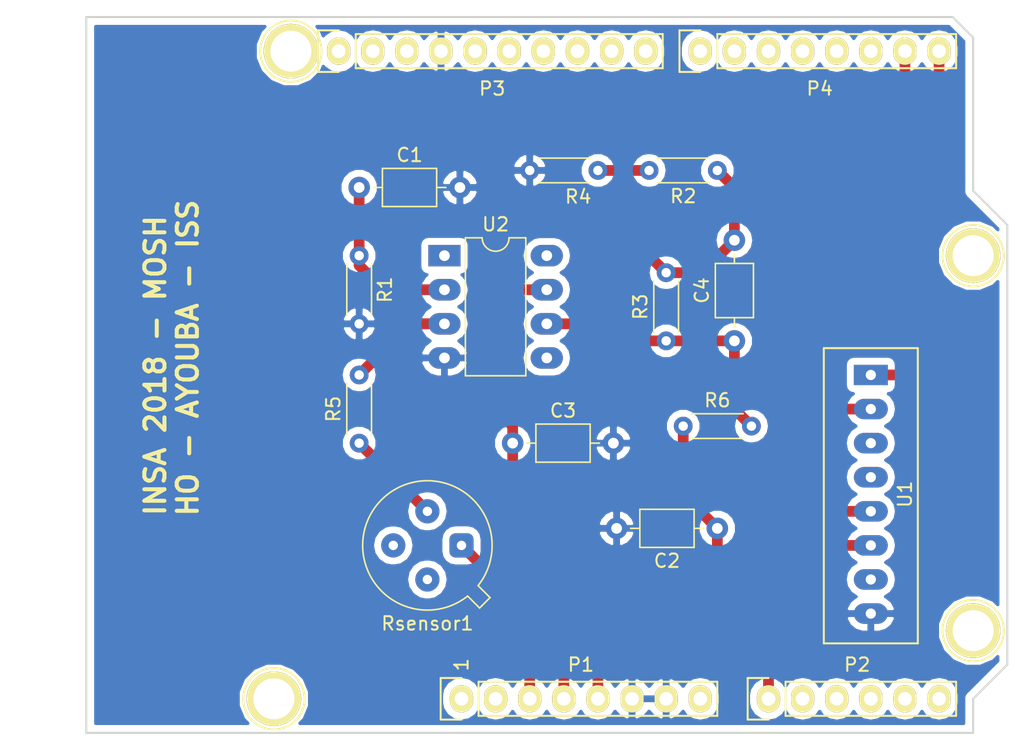
<source format=kicad_pcb>
(kicad_pcb (version 20171130) (host pcbnew "(5.0.0)")

  (general
    (thickness 1.6)
    (drawings 28)
    (tracks 73)
    (zones 0)
    (modules 21)
    (nets 46)
  )

  (page A4)
  (title_block
    (date "lun. 30 mars 2015")
  )

  (layers
    (0 F.Cu signal)
    (31 B.Cu signal)
    (32 B.Adhes user)
    (33 F.Adhes user)
    (34 B.Paste user)
    (35 F.Paste user)
    (36 B.SilkS user)
    (37 F.SilkS user)
    (38 B.Mask user)
    (39 F.Mask user)
    (40 Dwgs.User user)
    (41 Cmts.User user)
    (42 Eco1.User user)
    (43 Eco2.User user)
    (44 Edge.Cuts user)
    (45 Margin user)
    (46 B.CrtYd user)
    (47 F.CrtYd user)
    (48 B.Fab user)
    (49 F.Fab user)
  )

  (setup
    (last_trace_width 0.8)
    (trace_clearance 0.4)
    (zone_clearance 0.508)
    (zone_45_only no)
    (trace_min 0.8)
    (segment_width 0.15)
    (edge_width 0.15)
    (via_size 1.6)
    (via_drill 0.8)
    (via_min_size 1.6)
    (via_min_drill 0.3)
    (uvia_size 0.3)
    (uvia_drill 0.1)
    (uvias_allowed no)
    (uvia_min_size 0.2)
    (uvia_min_drill 0.1)
    (pcb_text_width 0.3)
    (pcb_text_size 1.5 1.5)
    (mod_edge_width 0.15)
    (mod_text_size 1 1)
    (mod_text_width 0.15)
    (pad_size 4 4)
    (pad_drill 3.2)
    (pad_to_mask_clearance 0)
    (aux_axis_origin 110.998 126.365)
    (grid_origin 110.998 126.365)
    (visible_elements 7FFFFFFF)
    (pcbplotparams
      (layerselection 0x00030_80000001)
      (usegerberextensions false)
      (usegerberattributes false)
      (usegerberadvancedattributes false)
      (creategerberjobfile false)
      (excludeedgelayer true)
      (linewidth 0.100000)
      (plotframeref false)
      (viasonmask false)
      (mode 1)
      (useauxorigin false)
      (hpglpennumber 1)
      (hpglpenspeed 20)
      (hpglpendiameter 15.000000)
      (psnegative false)
      (psa4output false)
      (plotreference true)
      (plotvalue true)
      (plotinvisibletext false)
      (padsonsilk false)
      (subtractmaskfromsilk false)
      (outputformat 1)
      (mirror false)
      (drillshape 1)
      (scaleselection 1)
      (outputdirectory ""))
  )

  (net 0 "")
  (net 1 /IOREF)
  (net 2 /Reset)
  (net 3 +5V)
  (net 4 GND)
  (net 5 /Vin)
  (net 6 /A0)
  (net 7 /A1)
  (net 8 /A2)
  (net 9 /A3)
  (net 10 /AREF)
  (net 11 "/A4(SDA)")
  (net 12 "/A5(SCL)")
  (net 13 "/9(**)")
  (net 14 /8)
  (net 15 /7)
  (net 16 "/6(**)")
  (net 17 "/5(**)")
  (net 18 /4)
  (net 19 "/3(**)")
  (net 20 /2)
  (net 21 "Net-(P5-Pad1)")
  (net 22 "Net-(P6-Pad1)")
  (net 23 "Net-(P7-Pad1)")
  (net 24 "Net-(P8-Pad1)")
  (net 25 "/13(SCK)")
  (net 26 "/10(**/SS)")
  (net 27 "Net-(P1-Pad1)")
  (net 28 +3V3)
  (net 29 "/12(MISO)")
  (net 30 "/11(**/MOSI)")
  (net 31 "Net-(C1-Pad1)")
  (net 32 "Net-(C4-Pad1)")
  (net 33 "Net-(C4-Pad2)")
  (net 34 "Net-(P2-Pad5)")
  (net 35 "Net-(P2-Pad6)")
  (net 36 /Tx)
  (net 37 /Rx)
  (net 38 "Net-(R2-Pad2)")
  (net 39 "Net-(R5-Pad1)")
  (net 40 "Net-(U1-Pad3)")
  (net 41 "Net-(U1-Pad4)")
  (net 42 "Net-(U1-Pad7)")
  (net 43 "Net-(U2-Pad1)")
  (net 44 "Net-(U2-Pad5)")
  (net 45 "Net-(U2-Pad8)")

  (net_class Default "This is the default net class."
    (clearance 0.4)
    (trace_width 0.8)
    (via_dia 1.6)
    (via_drill 0.8)
    (uvia_dia 0.3)
    (uvia_drill 0.1)
    (add_net +3V3)
    (add_net +5V)
    (add_net "/10(**/SS)")
    (add_net "/11(**/MOSI)")
    (add_net "/12(MISO)")
    (add_net "/13(SCK)")
    (add_net /2)
    (add_net "/3(**)")
    (add_net /4)
    (add_net "/5(**)")
    (add_net "/6(**)")
    (add_net /7)
    (add_net /8)
    (add_net "/9(**)")
    (add_net /A0)
    (add_net /A1)
    (add_net /A2)
    (add_net /A3)
    (add_net "/A4(SDA)")
    (add_net "/A5(SCL)")
    (add_net /AREF)
    (add_net /IOREF)
    (add_net /Reset)
    (add_net /Rx)
    (add_net /Tx)
    (add_net /Vin)
    (add_net GND)
    (add_net "Net-(C1-Pad1)")
    (add_net "Net-(C4-Pad1)")
    (add_net "Net-(C4-Pad2)")
    (add_net "Net-(P1-Pad1)")
    (add_net "Net-(P2-Pad5)")
    (add_net "Net-(P2-Pad6)")
    (add_net "Net-(P5-Pad1)")
    (add_net "Net-(P6-Pad1)")
    (add_net "Net-(P7-Pad1)")
    (add_net "Net-(P8-Pad1)")
    (add_net "Net-(R2-Pad2)")
    (add_net "Net-(R5-Pad1)")
    (add_net "Net-(U1-Pad3)")
    (add_net "Net-(U1-Pad4)")
    (add_net "Net-(U1-Pad7)")
    (add_net "Net-(U2-Pad1)")
    (add_net "Net-(U2-Pad5)")
    (add_net "Net-(U2-Pad8)")
  )

  (module Button_Switch_Keyboard:Module_RN2483_Breakout (layer F.Cu) (tedit 5BFFF8A5) (tstamp 5C23617A)
    (at 169.418 99.695 270)
    (path /5BFF282A)
    (fp_text reference U1 (at 8.89 -2.54 270) (layer F.SilkS)
      (effects (font (size 1 1) (thickness 0.15)))
    )
    (fp_text value RN2483Breakout (at 10.16 -5.08 270) (layer F.Fab)
      (effects (font (size 1 1) (thickness 0.15)))
    )
    (fp_line (start -2 3.5) (end -2 -3.5) (layer F.SilkS) (width 0.15))
    (fp_line (start -2 -3.5) (end 20 -3.5) (layer F.SilkS) (width 0.15))
    (fp_line (start 20 -3.5) (end 20 3.5) (layer F.SilkS) (width 0.15))
    (fp_line (start 20 3.5) (end -2 3.5) (layer F.SilkS) (width 0.15))
    (pad 1 thru_hole rect (at 0 0 270) (size 1.524 2.524) (drill 0.762) (layers *.Cu *.Mask)
      (net 37 /Rx))
    (pad 2 thru_hole oval (at 2.54 0 270) (size 1.524 2.524) (drill 0.762) (layers *.Cu *.Mask)
      (net 36 /Tx))
    (pad 3 thru_hole oval (at 5.08 0 270) (size 1.524 2.524) (drill 0.762) (layers *.Cu *.Mask)
      (net 40 "Net-(U1-Pad3)"))
    (pad 4 thru_hole oval (at 7.62 0 270) (size 1.524 2.524) (drill 0.762) (layers *.Cu *.Mask)
      (net 41 "Net-(U1-Pad4)"))
    (pad 5 thru_hole oval (at 10.16 0 270) (size 1.524 2.524) (drill 0.762) (layers *.Cu *.Mask)
      (net 2 /Reset))
    (pad 6 thru_hole oval (at 12.7 0 270) (size 1.524 2.524) (drill 0.762) (layers *.Cu *.Mask)
      (net 28 +3V3))
    (pad 7 thru_hole oval (at 15.24 0 270) (size 1.524 2.524) (drill 0.762) (layers *.Cu *.Mask)
      (net 42 "Net-(U1-Pad7)"))
    (pad 8 thru_hole oval (at 17.78 0 270) (size 1.524 2.524) (drill 0.762) (layers *.Cu *.Mask)
      (net 4 GND))
  )

  (module Capacitor_THT:C_Axial_L3.8mm_D2.6mm_P7.50mm_Horizontal (layer F.Cu) (tedit 5AE50EF0) (tstamp 5C2360C7)
    (at 142.748 104.775)
    (descr "C, Axial series, Axial, Horizontal, pin pitch=7.5mm, , length*diameter=3.8*2.6mm^2, http://www.vishay.com/docs/45231/arseries.pdf")
    (tags "C Axial series Axial Horizontal pin pitch 7.5mm  length 3.8mm diameter 2.6mm")
    (path /5C016270)
    (fp_text reference C3 (at 3.75 -2.42) (layer F.SilkS)
      (effects (font (size 1 1) (thickness 0.15)))
    )
    (fp_text value 100n (at 3.75 2.42) (layer F.Fab)
      (effects (font (size 1 1) (thickness 0.15)))
    )
    (fp_line (start 1.85 -1.3) (end 1.85 1.3) (layer F.Fab) (width 0.1))
    (fp_line (start 1.85 1.3) (end 5.65 1.3) (layer F.Fab) (width 0.1))
    (fp_line (start 5.65 1.3) (end 5.65 -1.3) (layer F.Fab) (width 0.1))
    (fp_line (start 5.65 -1.3) (end 1.85 -1.3) (layer F.Fab) (width 0.1))
    (fp_line (start 0 0) (end 1.85 0) (layer F.Fab) (width 0.1))
    (fp_line (start 7.5 0) (end 5.65 0) (layer F.Fab) (width 0.1))
    (fp_line (start 1.73 -1.42) (end 1.73 1.42) (layer F.SilkS) (width 0.12))
    (fp_line (start 1.73 1.42) (end 5.77 1.42) (layer F.SilkS) (width 0.12))
    (fp_line (start 5.77 1.42) (end 5.77 -1.42) (layer F.SilkS) (width 0.12))
    (fp_line (start 5.77 -1.42) (end 1.73 -1.42) (layer F.SilkS) (width 0.12))
    (fp_line (start 1.04 0) (end 1.73 0) (layer F.SilkS) (width 0.12))
    (fp_line (start 6.46 0) (end 5.77 0) (layer F.SilkS) (width 0.12))
    (fp_line (start -1.05 -1.55) (end -1.05 1.55) (layer F.CrtYd) (width 0.05))
    (fp_line (start -1.05 1.55) (end 8.55 1.55) (layer F.CrtYd) (width 0.05))
    (fp_line (start 8.55 1.55) (end 8.55 -1.55) (layer F.CrtYd) (width 0.05))
    (fp_line (start 8.55 -1.55) (end -1.05 -1.55) (layer F.CrtYd) (width 0.05))
    (fp_text user %R (at 3.75 0) (layer F.Fab)
      (effects (font (size 0.76 0.76) (thickness 0.114)))
    )
    (pad 1 thru_hole circle (at 0 0) (size 1.6 1.6) (drill 0.8) (layers *.Cu *.Mask)
      (net 3 +5V))
    (pad 2 thru_hole oval (at 7.5 0) (size 1.6 1.6) (drill 0.8) (layers *.Cu *.Mask)
      (net 4 GND))
    (model ${KISYS3DMOD}/Capacitor_THT.3dshapes/C_Axial_L3.8mm_D2.6mm_P7.50mm_Horizontal.wrl
      (at (xyz 0 0 0))
      (scale (xyz 1 1 1))
      (rotate (xyz 0 0 0))
    )
  )

  (module Socket_Arduino_Uno:Socket_Strip_Arduino_1x08 locked (layer F.Cu) (tedit 552168D2) (tstamp 551AF9EA)
    (at 138.938 123.825)
    (descr "Through hole socket strip")
    (tags "socket strip")
    (path /56D70129)
    (fp_text reference P1 (at 8.89 -2.54) (layer F.SilkS)
      (effects (font (size 1 1) (thickness 0.15)))
    )
    (fp_text value Power (at 8.89 -4.064) (layer F.Fab)
      (effects (font (size 1 1) (thickness 0.15)))
    )
    (fp_line (start -1.75 -1.75) (end -1.75 1.75) (layer F.CrtYd) (width 0.05))
    (fp_line (start 19.55 -1.75) (end 19.55 1.75) (layer F.CrtYd) (width 0.05))
    (fp_line (start -1.75 -1.75) (end 19.55 -1.75) (layer F.CrtYd) (width 0.05))
    (fp_line (start -1.75 1.75) (end 19.55 1.75) (layer F.CrtYd) (width 0.05))
    (fp_line (start 1.27 1.27) (end 19.05 1.27) (layer F.SilkS) (width 0.15))
    (fp_line (start 19.05 1.27) (end 19.05 -1.27) (layer F.SilkS) (width 0.15))
    (fp_line (start 19.05 -1.27) (end 1.27 -1.27) (layer F.SilkS) (width 0.15))
    (fp_line (start -1.55 1.55) (end 0 1.55) (layer F.SilkS) (width 0.15))
    (fp_line (start 1.27 1.27) (end 1.27 -1.27) (layer F.SilkS) (width 0.15))
    (fp_line (start 0 -1.55) (end -1.55 -1.55) (layer F.SilkS) (width 0.15))
    (fp_line (start -1.55 -1.55) (end -1.55 1.55) (layer F.SilkS) (width 0.15))
    (pad 1 thru_hole oval (at 0 0) (size 1.7272 2.032) (drill 1.016) (layers *.Cu *.Mask F.SilkS)
      (net 27 "Net-(P1-Pad1)"))
    (pad 2 thru_hole oval (at 2.54 0) (size 1.7272 2.032) (drill 1.016) (layers *.Cu *.Mask F.SilkS)
      (net 1 /IOREF))
    (pad 3 thru_hole oval (at 5.08 0) (size 1.7272 2.032) (drill 1.016) (layers *.Cu *.Mask F.SilkS)
      (net 2 /Reset))
    (pad 4 thru_hole oval (at 7.62 0) (size 1.7272 2.032) (drill 1.016) (layers *.Cu *.Mask F.SilkS)
      (net 28 +3V3))
    (pad 5 thru_hole oval (at 10.16 0) (size 1.7272 2.032) (drill 1.016) (layers *.Cu *.Mask F.SilkS)
      (net 3 +5V))
    (pad 6 thru_hole oval (at 12.7 0) (size 1.7272 2.032) (drill 1.016) (layers *.Cu *.Mask F.SilkS)
      (net 4 GND))
    (pad 7 thru_hole oval (at 15.24 0) (size 1.7272 2.032) (drill 1.016) (layers *.Cu *.Mask F.SilkS)
      (net 4 GND))
    (pad 8 thru_hole oval (at 17.78 0) (size 1.7272 2.032) (drill 1.016) (layers *.Cu *.Mask F.SilkS)
      (net 5 /Vin))
    (model ${KIPRJMOD}/Socket_Arduino_Uno.3dshapes/Socket_header_Arduino_1x08.wrl
      (offset (xyz 8.889999866485596 0 0))
      (scale (xyz 1 1 1))
      (rotate (xyz 0 0 180))
    )
  )

  (module Socket_Arduino_Uno:Socket_Strip_Arduino_1x06 locked (layer F.Cu) (tedit 552168D6) (tstamp 551AF9FF)
    (at 161.798 123.825)
    (descr "Through hole socket strip")
    (tags "socket strip")
    (path /56D70DD8)
    (fp_text reference P2 (at 6.604 -2.54) (layer F.SilkS)
      (effects (font (size 1 1) (thickness 0.15)))
    )
    (fp_text value Analog (at 6.604 -4.064) (layer F.Fab)
      (effects (font (size 1 1) (thickness 0.15)))
    )
    (fp_line (start -1.75 -1.75) (end -1.75 1.75) (layer F.CrtYd) (width 0.05))
    (fp_line (start 14.45 -1.75) (end 14.45 1.75) (layer F.CrtYd) (width 0.05))
    (fp_line (start -1.75 -1.75) (end 14.45 -1.75) (layer F.CrtYd) (width 0.05))
    (fp_line (start -1.75 1.75) (end 14.45 1.75) (layer F.CrtYd) (width 0.05))
    (fp_line (start 1.27 1.27) (end 13.97 1.27) (layer F.SilkS) (width 0.15))
    (fp_line (start 13.97 1.27) (end 13.97 -1.27) (layer F.SilkS) (width 0.15))
    (fp_line (start 13.97 -1.27) (end 1.27 -1.27) (layer F.SilkS) (width 0.15))
    (fp_line (start -1.55 1.55) (end 0 1.55) (layer F.SilkS) (width 0.15))
    (fp_line (start 1.27 1.27) (end 1.27 -1.27) (layer F.SilkS) (width 0.15))
    (fp_line (start 0 -1.55) (end -1.55 -1.55) (layer F.SilkS) (width 0.15))
    (fp_line (start -1.55 -1.55) (end -1.55 1.55) (layer F.SilkS) (width 0.15))
    (pad 1 thru_hole oval (at 0 0) (size 1.7272 2.032) (drill 1.016) (layers *.Cu *.Mask F.SilkS)
      (net 6 /A0))
    (pad 2 thru_hole oval (at 2.54 0) (size 1.7272 2.032) (drill 1.016) (layers *.Cu *.Mask F.SilkS)
      (net 7 /A1))
    (pad 3 thru_hole oval (at 5.08 0) (size 1.7272 2.032) (drill 1.016) (layers *.Cu *.Mask F.SilkS)
      (net 8 /A2))
    (pad 4 thru_hole oval (at 7.62 0) (size 1.7272 2.032) (drill 1.016) (layers *.Cu *.Mask F.SilkS)
      (net 9 /A3))
    (pad 5 thru_hole oval (at 10.16 0) (size 1.7272 2.032) (drill 1.016) (layers *.Cu *.Mask F.SilkS)
      (net 34 "Net-(P2-Pad5)"))
    (pad 6 thru_hole oval (at 12.7 0) (size 1.7272 2.032) (drill 1.016) (layers *.Cu *.Mask F.SilkS)
      (net 35 "Net-(P2-Pad6)"))
    (model ${KIPRJMOD}/Socket_Arduino_Uno.3dshapes/Socket_header_Arduino_1x06.wrl
      (offset (xyz 6.349999904632568 0 0))
      (scale (xyz 1 1 1))
      (rotate (xyz 0 0 180))
    )
  )

  (module Socket_Arduino_Uno:Socket_Strip_Arduino_1x10 locked (layer F.Cu) (tedit 552168BF) (tstamp 551AFA18)
    (at 129.794 75.565)
    (descr "Through hole socket strip")
    (tags "socket strip")
    (path /56D721E0)
    (fp_text reference P3 (at 11.43 2.794) (layer F.SilkS)
      (effects (font (size 1 1) (thickness 0.15)))
    )
    (fp_text value Digital (at 11.43 4.318) (layer F.Fab)
      (effects (font (size 1 1) (thickness 0.15)))
    )
    (fp_line (start -1.75 -1.75) (end -1.75 1.75) (layer F.CrtYd) (width 0.05))
    (fp_line (start 24.65 -1.75) (end 24.65 1.75) (layer F.CrtYd) (width 0.05))
    (fp_line (start -1.75 -1.75) (end 24.65 -1.75) (layer F.CrtYd) (width 0.05))
    (fp_line (start -1.75 1.75) (end 24.65 1.75) (layer F.CrtYd) (width 0.05))
    (fp_line (start 1.27 1.27) (end 24.13 1.27) (layer F.SilkS) (width 0.15))
    (fp_line (start 24.13 1.27) (end 24.13 -1.27) (layer F.SilkS) (width 0.15))
    (fp_line (start 24.13 -1.27) (end 1.27 -1.27) (layer F.SilkS) (width 0.15))
    (fp_line (start -1.55 1.55) (end 0 1.55) (layer F.SilkS) (width 0.15))
    (fp_line (start 1.27 1.27) (end 1.27 -1.27) (layer F.SilkS) (width 0.15))
    (fp_line (start 0 -1.55) (end -1.55 -1.55) (layer F.SilkS) (width 0.15))
    (fp_line (start -1.55 -1.55) (end -1.55 1.55) (layer F.SilkS) (width 0.15))
    (pad 1 thru_hole oval (at 0 0) (size 1.7272 2.032) (drill 1.016) (layers *.Cu *.Mask F.SilkS)
      (net 12 "/A5(SCL)"))
    (pad 2 thru_hole oval (at 2.54 0) (size 1.7272 2.032) (drill 1.016) (layers *.Cu *.Mask F.SilkS)
      (net 11 "/A4(SDA)"))
    (pad 3 thru_hole oval (at 5.08 0) (size 1.7272 2.032) (drill 1.016) (layers *.Cu *.Mask F.SilkS)
      (net 10 /AREF))
    (pad 4 thru_hole oval (at 7.62 0) (size 1.7272 2.032) (drill 1.016) (layers *.Cu *.Mask F.SilkS)
      (net 4 GND))
    (pad 5 thru_hole oval (at 10.16 0) (size 1.7272 2.032) (drill 1.016) (layers *.Cu *.Mask F.SilkS)
      (net 25 "/13(SCK)"))
    (pad 6 thru_hole oval (at 12.7 0) (size 1.7272 2.032) (drill 1.016) (layers *.Cu *.Mask F.SilkS)
      (net 29 "/12(MISO)"))
    (pad 7 thru_hole oval (at 15.24 0) (size 1.7272 2.032) (drill 1.016) (layers *.Cu *.Mask F.SilkS)
      (net 30 "/11(**/MOSI)"))
    (pad 8 thru_hole oval (at 17.78 0) (size 1.7272 2.032) (drill 1.016) (layers *.Cu *.Mask F.SilkS)
      (net 26 "/10(**/SS)"))
    (pad 9 thru_hole oval (at 20.32 0) (size 1.7272 2.032) (drill 1.016) (layers *.Cu *.Mask F.SilkS)
      (net 13 "/9(**)"))
    (pad 10 thru_hole oval (at 22.86 0) (size 1.7272 2.032) (drill 1.016) (layers *.Cu *.Mask F.SilkS)
      (net 14 /8))
    (model ${KIPRJMOD}/Socket_Arduino_Uno.3dshapes/Socket_header_Arduino_1x10.wrl
      (offset (xyz 11.42999982833862 0 0))
      (scale (xyz 1 1 1))
      (rotate (xyz 0 0 180))
    )
  )

  (module Socket_Arduino_Uno:Socket_Strip_Arduino_1x08 locked (layer F.Cu) (tedit 552168C7) (tstamp 551AFA2F)
    (at 156.718 75.565)
    (descr "Through hole socket strip")
    (tags "socket strip")
    (path /56D7164F)
    (fp_text reference P4 (at 8.89 2.794) (layer F.SilkS)
      (effects (font (size 1 1) (thickness 0.15)))
    )
    (fp_text value Digital (at 8.89 4.318) (layer F.Fab)
      (effects (font (size 1 1) (thickness 0.15)))
    )
    (fp_line (start -1.75 -1.75) (end -1.75 1.75) (layer F.CrtYd) (width 0.05))
    (fp_line (start 19.55 -1.75) (end 19.55 1.75) (layer F.CrtYd) (width 0.05))
    (fp_line (start -1.75 -1.75) (end 19.55 -1.75) (layer F.CrtYd) (width 0.05))
    (fp_line (start -1.75 1.75) (end 19.55 1.75) (layer F.CrtYd) (width 0.05))
    (fp_line (start 1.27 1.27) (end 19.05 1.27) (layer F.SilkS) (width 0.15))
    (fp_line (start 19.05 1.27) (end 19.05 -1.27) (layer F.SilkS) (width 0.15))
    (fp_line (start 19.05 -1.27) (end 1.27 -1.27) (layer F.SilkS) (width 0.15))
    (fp_line (start -1.55 1.55) (end 0 1.55) (layer F.SilkS) (width 0.15))
    (fp_line (start 1.27 1.27) (end 1.27 -1.27) (layer F.SilkS) (width 0.15))
    (fp_line (start 0 -1.55) (end -1.55 -1.55) (layer F.SilkS) (width 0.15))
    (fp_line (start -1.55 -1.55) (end -1.55 1.55) (layer F.SilkS) (width 0.15))
    (pad 1 thru_hole oval (at 0 0) (size 1.7272 2.032) (drill 1.016) (layers *.Cu *.Mask F.SilkS)
      (net 15 /7))
    (pad 2 thru_hole oval (at 2.54 0) (size 1.7272 2.032) (drill 1.016) (layers *.Cu *.Mask F.SilkS)
      (net 16 "/6(**)"))
    (pad 3 thru_hole oval (at 5.08 0) (size 1.7272 2.032) (drill 1.016) (layers *.Cu *.Mask F.SilkS)
      (net 17 "/5(**)"))
    (pad 4 thru_hole oval (at 7.62 0) (size 1.7272 2.032) (drill 1.016) (layers *.Cu *.Mask F.SilkS)
      (net 18 /4))
    (pad 5 thru_hole oval (at 10.16 0) (size 1.7272 2.032) (drill 1.016) (layers *.Cu *.Mask F.SilkS)
      (net 19 "/3(**)"))
    (pad 6 thru_hole oval (at 12.7 0) (size 1.7272 2.032) (drill 1.016) (layers *.Cu *.Mask F.SilkS)
      (net 20 /2))
    (pad 7 thru_hole oval (at 15.24 0) (size 1.7272 2.032) (drill 1.016) (layers *.Cu *.Mask F.SilkS)
      (net 36 /Tx))
    (pad 8 thru_hole oval (at 17.78 0) (size 1.7272 2.032) (drill 1.016) (layers *.Cu *.Mask F.SilkS)
      (net 37 /Rx))
    (model ${KIPRJMOD}/Socket_Arduino_Uno.3dshapes/Socket_header_Arduino_1x08.wrl
      (offset (xyz 8.889999866485596 0 0))
      (scale (xyz 1 1 1))
      (rotate (xyz 0 0 180))
    )
  )

  (module Socket_Arduino_Uno:Arduino_1pin locked (layer F.Cu) (tedit 5524FC39) (tstamp 5524FC3F)
    (at 124.968 123.825)
    (descr "module 1 pin (ou trou mecanique de percage)")
    (tags DEV)
    (path /56D71177)
    (fp_text reference P5 (at 0 -3.048) (layer F.SilkS) hide
      (effects (font (size 1 1) (thickness 0.15)))
    )
    (fp_text value CONN_01X01 (at 0 2.794) (layer F.Fab) hide
      (effects (font (size 1 1) (thickness 0.15)))
    )
    (fp_circle (center 0 0) (end 0 -2.286) (layer F.SilkS) (width 0.15))
    (pad 1 thru_hole circle (at 0 0) (size 4.064 4.064) (drill 3.048) (layers *.Cu *.Mask F.SilkS)
      (net 21 "Net-(P5-Pad1)"))
  )

  (module Socket_Arduino_Uno:Arduino_1pin locked (layer F.Cu) (tedit 5524FC4A) (tstamp 5524FC44)
    (at 177.038 118.745)
    (descr "module 1 pin (ou trou mecanique de percage)")
    (tags DEV)
    (path /56D71274)
    (fp_text reference P6 (at 0 -3.048) (layer F.SilkS) hide
      (effects (font (size 1 1) (thickness 0.15)))
    )
    (fp_text value CONN_01X01 (at 0 2.794) (layer F.Fab) hide
      (effects (font (size 1 1) (thickness 0.15)))
    )
    (fp_circle (center 0 0) (end 0 -2.286) (layer F.SilkS) (width 0.15))
    (pad 1 thru_hole circle (at 0 0) (size 4.064 4.064) (drill 3.048) (layers *.Cu *.Mask F.SilkS)
      (net 22 "Net-(P6-Pad1)"))
  )

  (module Socket_Arduino_Uno:Arduino_1pin locked (layer F.Cu) (tedit 5524FC2F) (tstamp 5524FC49)
    (at 126.238 75.565)
    (descr "module 1 pin (ou trou mecanique de percage)")
    (tags DEV)
    (path /56D712A8)
    (fp_text reference P7 (at 0 -3.048) (layer F.SilkS) hide
      (effects (font (size 1 1) (thickness 0.15)))
    )
    (fp_text value CONN_01X01 (at 0 2.794) (layer F.Fab) hide
      (effects (font (size 1 1) (thickness 0.15)))
    )
    (fp_circle (center 0 0) (end 0 -2.286) (layer F.SilkS) (width 0.15))
    (pad 1 thru_hole circle (at 0 0) (size 4.064 4.064) (drill 3.048) (layers *.Cu *.Mask F.SilkS)
      (net 23 "Net-(P7-Pad1)"))
  )

  (module Socket_Arduino_Uno:Arduino_1pin locked (layer F.Cu) (tedit 5524FC41) (tstamp 5524FC4E)
    (at 177.038 90.805)
    (descr "module 1 pin (ou trou mecanique de percage)")
    (tags DEV)
    (path /56D712DB)
    (fp_text reference P8 (at 0 -3.048) (layer F.SilkS) hide
      (effects (font (size 1 1) (thickness 0.15)))
    )
    (fp_text value CONN_01X01 (at 0 2.794) (layer F.Fab) hide
      (effects (font (size 1 1) (thickness 0.15)))
    )
    (fp_circle (center 0 0) (end 0 -2.286) (layer F.SilkS) (width 0.15))
    (pad 1 thru_hole circle (at 0 0) (size 4.064 4.064) (drill 3.048) (layers *.Cu *.Mask F.SilkS)
      (net 24 "Net-(P8-Pad1)"))
  )

  (module Capacitor_THT:C_Axial_L3.8mm_D2.6mm_P7.50mm_Horizontal (layer F.Cu) (tedit 5AE50EF0) (tstamp 5C236099)
    (at 131.318 85.725)
    (descr "C, Axial series, Axial, Horizontal, pin pitch=7.5mm, , length*diameter=3.8*2.6mm^2, http://www.vishay.com/docs/45231/arseries.pdf")
    (tags "C Axial series Axial Horizontal pin pitch 7.5mm  length 3.8mm diameter 2.6mm")
    (path /5C01625B)
    (fp_text reference C1 (at 3.75 -2.42) (layer F.SilkS)
      (effects (font (size 1 1) (thickness 0.15)))
    )
    (fp_text value 100n (at 3.75 2.42) (layer F.Fab)
      (effects (font (size 1 1) (thickness 0.15)))
    )
    (fp_text user %R (at 3.75 0) (layer F.Fab)
      (effects (font (size 0.76 0.76) (thickness 0.114)))
    )
    (fp_line (start 8.55 -1.55) (end -1.05 -1.55) (layer F.CrtYd) (width 0.05))
    (fp_line (start 8.55 1.55) (end 8.55 -1.55) (layer F.CrtYd) (width 0.05))
    (fp_line (start -1.05 1.55) (end 8.55 1.55) (layer F.CrtYd) (width 0.05))
    (fp_line (start -1.05 -1.55) (end -1.05 1.55) (layer F.CrtYd) (width 0.05))
    (fp_line (start 6.46 0) (end 5.77 0) (layer F.SilkS) (width 0.12))
    (fp_line (start 1.04 0) (end 1.73 0) (layer F.SilkS) (width 0.12))
    (fp_line (start 5.77 -1.42) (end 1.73 -1.42) (layer F.SilkS) (width 0.12))
    (fp_line (start 5.77 1.42) (end 5.77 -1.42) (layer F.SilkS) (width 0.12))
    (fp_line (start 1.73 1.42) (end 5.77 1.42) (layer F.SilkS) (width 0.12))
    (fp_line (start 1.73 -1.42) (end 1.73 1.42) (layer F.SilkS) (width 0.12))
    (fp_line (start 7.5 0) (end 5.65 0) (layer F.Fab) (width 0.1))
    (fp_line (start 0 0) (end 1.85 0) (layer F.Fab) (width 0.1))
    (fp_line (start 5.65 -1.3) (end 1.85 -1.3) (layer F.Fab) (width 0.1))
    (fp_line (start 5.65 1.3) (end 5.65 -1.3) (layer F.Fab) (width 0.1))
    (fp_line (start 1.85 1.3) (end 5.65 1.3) (layer F.Fab) (width 0.1))
    (fp_line (start 1.85 -1.3) (end 1.85 1.3) (layer F.Fab) (width 0.1))
    (pad 2 thru_hole oval (at 7.5 0) (size 1.6 1.6) (drill 0.8) (layers *.Cu *.Mask)
      (net 4 GND))
    (pad 1 thru_hole circle (at 0 0) (size 1.6 1.6) (drill 0.8) (layers *.Cu *.Mask)
      (net 31 "Net-(C1-Pad1)"))
    (model ${KISYS3DMOD}/Capacitor_THT.3dshapes/C_Axial_L3.8mm_D2.6mm_P7.50mm_Horizontal.wrl
      (at (xyz 0 0 0))
      (scale (xyz 1 1 1))
      (rotate (xyz 0 0 0))
    )
  )

  (module Capacitor_THT:C_Axial_L3.8mm_D2.6mm_P7.50mm_Horizontal (layer F.Cu) (tedit 5AE50EF0) (tstamp 5C2360B0)
    (at 157.988 111.125 180)
    (descr "C, Axial series, Axial, Horizontal, pin pitch=7.5mm, , length*diameter=3.8*2.6mm^2, http://www.vishay.com/docs/45231/arseries.pdf")
    (tags "C Axial series Axial Horizontal pin pitch 7.5mm  length 3.8mm diameter 2.6mm")
    (path /5C016269)
    (fp_text reference C2 (at 3.75 -2.42 180) (layer F.SilkS)
      (effects (font (size 1 1) (thickness 0.15)))
    )
    (fp_text value 100n (at 3.75 2.42 180) (layer F.Fab)
      (effects (font (size 1 1) (thickness 0.15)))
    )
    (fp_text user %R (at 3.75 0 180) (layer F.Fab)
      (effects (font (size 0.76 0.76) (thickness 0.114)))
    )
    (fp_line (start 8.55 -1.55) (end -1.05 -1.55) (layer F.CrtYd) (width 0.05))
    (fp_line (start 8.55 1.55) (end 8.55 -1.55) (layer F.CrtYd) (width 0.05))
    (fp_line (start -1.05 1.55) (end 8.55 1.55) (layer F.CrtYd) (width 0.05))
    (fp_line (start -1.05 -1.55) (end -1.05 1.55) (layer F.CrtYd) (width 0.05))
    (fp_line (start 6.46 0) (end 5.77 0) (layer F.SilkS) (width 0.12))
    (fp_line (start 1.04 0) (end 1.73 0) (layer F.SilkS) (width 0.12))
    (fp_line (start 5.77 -1.42) (end 1.73 -1.42) (layer F.SilkS) (width 0.12))
    (fp_line (start 5.77 1.42) (end 5.77 -1.42) (layer F.SilkS) (width 0.12))
    (fp_line (start 1.73 1.42) (end 5.77 1.42) (layer F.SilkS) (width 0.12))
    (fp_line (start 1.73 -1.42) (end 1.73 1.42) (layer F.SilkS) (width 0.12))
    (fp_line (start 7.5 0) (end 5.65 0) (layer F.Fab) (width 0.1))
    (fp_line (start 0 0) (end 1.85 0) (layer F.Fab) (width 0.1))
    (fp_line (start 5.65 -1.3) (end 1.85 -1.3) (layer F.Fab) (width 0.1))
    (fp_line (start 5.65 1.3) (end 5.65 -1.3) (layer F.Fab) (width 0.1))
    (fp_line (start 1.85 1.3) (end 5.65 1.3) (layer F.Fab) (width 0.1))
    (fp_line (start 1.85 -1.3) (end 1.85 1.3) (layer F.Fab) (width 0.1))
    (pad 2 thru_hole oval (at 7.5 0 180) (size 1.6 1.6) (drill 0.8) (layers *.Cu *.Mask)
      (net 4 GND))
    (pad 1 thru_hole circle (at 0 0 180) (size 1.6 1.6) (drill 0.8) (layers *.Cu *.Mask)
      (net 6 /A0))
    (model ${KISYS3DMOD}/Capacitor_THT.3dshapes/C_Axial_L3.8mm_D2.6mm_P7.50mm_Horizontal.wrl
      (at (xyz 0 0 0))
      (scale (xyz 1 1 1))
      (rotate (xyz 0 0 0))
    )
  )

  (module Capacitor_THT:C_Axial_L3.8mm_D2.6mm_P7.50mm_Horizontal (layer F.Cu) (tedit 5AE50EF0) (tstamp 5C2360DE)
    (at 159.258 97.155 90)
    (descr "C, Axial series, Axial, Horizontal, pin pitch=7.5mm, , length*diameter=3.8*2.6mm^2, http://www.vishay.com/docs/45231/arseries.pdf")
    (tags "C Axial series Axial Horizontal pin pitch 7.5mm  length 3.8mm diameter 2.6mm")
    (path /5C016262)
    (fp_text reference C4 (at 3.75 -2.42 90) (layer F.SilkS)
      (effects (font (size 1 1) (thickness 0.15)))
    )
    (fp_text value 1u (at 3.75 2.42 90) (layer F.Fab)
      (effects (font (size 1 1) (thickness 0.15)))
    )
    (fp_line (start 1.85 -1.3) (end 1.85 1.3) (layer F.Fab) (width 0.1))
    (fp_line (start 1.85 1.3) (end 5.65 1.3) (layer F.Fab) (width 0.1))
    (fp_line (start 5.65 1.3) (end 5.65 -1.3) (layer F.Fab) (width 0.1))
    (fp_line (start 5.65 -1.3) (end 1.85 -1.3) (layer F.Fab) (width 0.1))
    (fp_line (start 0 0) (end 1.85 0) (layer F.Fab) (width 0.1))
    (fp_line (start 7.5 0) (end 5.65 0) (layer F.Fab) (width 0.1))
    (fp_line (start 1.73 -1.42) (end 1.73 1.42) (layer F.SilkS) (width 0.12))
    (fp_line (start 1.73 1.42) (end 5.77 1.42) (layer F.SilkS) (width 0.12))
    (fp_line (start 5.77 1.42) (end 5.77 -1.42) (layer F.SilkS) (width 0.12))
    (fp_line (start 5.77 -1.42) (end 1.73 -1.42) (layer F.SilkS) (width 0.12))
    (fp_line (start 1.04 0) (end 1.73 0) (layer F.SilkS) (width 0.12))
    (fp_line (start 6.46 0) (end 5.77 0) (layer F.SilkS) (width 0.12))
    (fp_line (start -1.05 -1.55) (end -1.05 1.55) (layer F.CrtYd) (width 0.05))
    (fp_line (start -1.05 1.55) (end 8.55 1.55) (layer F.CrtYd) (width 0.05))
    (fp_line (start 8.55 1.55) (end 8.55 -1.55) (layer F.CrtYd) (width 0.05))
    (fp_line (start 8.55 -1.55) (end -1.05 -1.55) (layer F.CrtYd) (width 0.05))
    (fp_text user %R (at 3.75 0 90) (layer F.Fab)
      (effects (font (size 0.76 0.76) (thickness 0.114)))
    )
    (pad 1 thru_hole circle (at 0 0 90) (size 1.6 1.6) (drill 0.8) (layers *.Cu *.Mask)
      (net 32 "Net-(C4-Pad1)"))
    (pad 2 thru_hole oval (at 7.5 0 90) (size 1.6 1.6) (drill 0.8) (layers *.Cu *.Mask)
      (net 33 "Net-(C4-Pad2)"))
    (model ${KISYS3DMOD}/Capacitor_THT.3dshapes/C_Axial_L3.8mm_D2.6mm_P7.50mm_Horizontal.wrl
      (at (xyz 0 0 0))
      (scale (xyz 1 1 1))
      (rotate (xyz 0 0 0))
    )
  )

  (module Resistor_THT:R_Axial_DIN0204_L3.6mm_D1.6mm_P5.08mm_Horizontal (layer F.Cu) (tedit 5AE5139B) (tstamp 5C2360F1)
    (at 131.318 90.805 270)
    (descr "Resistor, Axial_DIN0204 series, Axial, Horizontal, pin pitch=5.08mm, 0.167W, length*diameter=3.6*1.6mm^2, http://cdn-reichelt.de/documents/datenblatt/B400/1_4W%23YAG.pdf")
    (tags "Resistor Axial_DIN0204 series Axial Horizontal pin pitch 5.08mm 0.167W length 3.6mm diameter 1.6mm")
    (path /5C0162A1)
    (fp_text reference R1 (at 2.54 -1.92 270) (layer F.SilkS)
      (effects (font (size 1 1) (thickness 0.15)))
    )
    (fp_text value 100k (at 2.54 2.54 270) (layer F.Fab)
      (effects (font (size 1 1) (thickness 0.15)))
    )
    (fp_text user %R (at 2.54 0 90) (layer F.Fab)
      (effects (font (size 0.72 0.72) (thickness 0.108)))
    )
    (fp_line (start 6.03 -1.05) (end -0.95 -1.05) (layer F.CrtYd) (width 0.05))
    (fp_line (start 6.03 1.05) (end 6.03 -1.05) (layer F.CrtYd) (width 0.05))
    (fp_line (start -0.95 1.05) (end 6.03 1.05) (layer F.CrtYd) (width 0.05))
    (fp_line (start -0.95 -1.05) (end -0.95 1.05) (layer F.CrtYd) (width 0.05))
    (fp_line (start 0.62 0.92) (end 4.46 0.92) (layer F.SilkS) (width 0.12))
    (fp_line (start 0.62 -0.92) (end 4.46 -0.92) (layer F.SilkS) (width 0.12))
    (fp_line (start 5.08 0) (end 4.34 0) (layer F.Fab) (width 0.1))
    (fp_line (start 0 0) (end 0.74 0) (layer F.Fab) (width 0.1))
    (fp_line (start 4.34 -0.8) (end 0.74 -0.8) (layer F.Fab) (width 0.1))
    (fp_line (start 4.34 0.8) (end 4.34 -0.8) (layer F.Fab) (width 0.1))
    (fp_line (start 0.74 0.8) (end 4.34 0.8) (layer F.Fab) (width 0.1))
    (fp_line (start 0.74 -0.8) (end 0.74 0.8) (layer F.Fab) (width 0.1))
    (pad 2 thru_hole oval (at 5.08 0 270) (size 1.4 1.4) (drill 0.7) (layers *.Cu *.Mask)
      (net 4 GND))
    (pad 1 thru_hole circle (at 0 0 270) (size 1.4 1.4) (drill 0.7) (layers *.Cu *.Mask)
      (net 31 "Net-(C1-Pad1)"))
    (model ${KISYS3DMOD}/Resistor_THT.3dshapes/R_Axial_DIN0204_L3.6mm_D1.6mm_P5.08mm_Horizontal.wrl
      (at (xyz 0 0 0))
      (scale (xyz 1 1 1))
      (rotate (xyz 0 0 0))
    )
  )

  (module Resistor_THT:R_Axial_DIN0204_L3.6mm_D1.6mm_P5.08mm_Horizontal (layer F.Cu) (tedit 5AE5139B) (tstamp 5C236104)
    (at 157.988 84.455 180)
    (descr "Resistor, Axial_DIN0204 series, Axial, Horizontal, pin pitch=5.08mm, 0.167W, length*diameter=3.6*1.6mm^2, http://cdn-reichelt.de/documents/datenblatt/B400/1_4W%23YAG.pdf")
    (tags "Resistor Axial_DIN0204 series Axial Horizontal pin pitch 5.08mm 0.167W length 3.6mm diameter 1.6mm")
    (path /5C016285)
    (fp_text reference R2 (at 2.54 -1.92 180) (layer F.SilkS)
      (effects (font (size 1 1) (thickness 0.15)))
    )
    (fp_text value 1k (at 2.54 1.92 180) (layer F.Fab)
      (effects (font (size 1 1) (thickness 0.15)))
    )
    (fp_text user %R (at 2.54 0 180) (layer F.Fab)
      (effects (font (size 0.72 0.72) (thickness 0.108)))
    )
    (fp_line (start 6.03 -1.05) (end -0.95 -1.05) (layer F.CrtYd) (width 0.05))
    (fp_line (start 6.03 1.05) (end 6.03 -1.05) (layer F.CrtYd) (width 0.05))
    (fp_line (start -0.95 1.05) (end 6.03 1.05) (layer F.CrtYd) (width 0.05))
    (fp_line (start -0.95 -1.05) (end -0.95 1.05) (layer F.CrtYd) (width 0.05))
    (fp_line (start 0.62 0.92) (end 4.46 0.92) (layer F.SilkS) (width 0.12))
    (fp_line (start 0.62 -0.92) (end 4.46 -0.92) (layer F.SilkS) (width 0.12))
    (fp_line (start 5.08 0) (end 4.34 0) (layer F.Fab) (width 0.1))
    (fp_line (start 0 0) (end 0.74 0) (layer F.Fab) (width 0.1))
    (fp_line (start 4.34 -0.8) (end 0.74 -0.8) (layer F.Fab) (width 0.1))
    (fp_line (start 4.34 0.8) (end 4.34 -0.8) (layer F.Fab) (width 0.1))
    (fp_line (start 0.74 0.8) (end 4.34 0.8) (layer F.Fab) (width 0.1))
    (fp_line (start 0.74 -0.8) (end 0.74 0.8) (layer F.Fab) (width 0.1))
    (pad 2 thru_hole oval (at 5.08 0 180) (size 1.4 1.4) (drill 0.7) (layers *.Cu *.Mask)
      (net 38 "Net-(R2-Pad2)"))
    (pad 1 thru_hole circle (at 0 0 180) (size 1.4 1.4) (drill 0.7) (layers *.Cu *.Mask)
      (net 33 "Net-(C4-Pad2)"))
    (model ${KISYS3DMOD}/Resistor_THT.3dshapes/R_Axial_DIN0204_L3.6mm_D1.6mm_P5.08mm_Horizontal.wrl
      (at (xyz 0 0 0))
      (scale (xyz 1 1 1))
      (rotate (xyz 0 0 0))
    )
  )

  (module Resistor_THT:R_Axial_DIN0204_L3.6mm_D1.6mm_P5.08mm_Horizontal (layer F.Cu) (tedit 5AE5139B) (tstamp 5C236117)
    (at 154.178 97.155 90)
    (descr "Resistor, Axial_DIN0204 series, Axial, Horizontal, pin pitch=5.08mm, 0.167W, length*diameter=3.6*1.6mm^2, http://cdn-reichelt.de/documents/datenblatt/B400/1_4W%23YAG.pdf")
    (tags "Resistor Axial_DIN0204 series Axial Horizontal pin pitch 5.08mm 0.167W length 3.6mm diameter 1.6mm")
    (path /5C016293)
    (fp_text reference R3 (at 2.54 -1.92 90) (layer F.SilkS)
      (effects (font (size 1 1) (thickness 0.15)))
    )
    (fp_text value 100k (at 2.54 1.92 90) (layer F.Fab)
      (effects (font (size 1 1) (thickness 0.15)))
    )
    (fp_text user %R (at 2.54 0 90) (layer F.Fab)
      (effects (font (size 0.72 0.72) (thickness 0.108)))
    )
    (fp_line (start 6.03 -1.05) (end -0.95 -1.05) (layer F.CrtYd) (width 0.05))
    (fp_line (start 6.03 1.05) (end 6.03 -1.05) (layer F.CrtYd) (width 0.05))
    (fp_line (start -0.95 1.05) (end 6.03 1.05) (layer F.CrtYd) (width 0.05))
    (fp_line (start -0.95 -1.05) (end -0.95 1.05) (layer F.CrtYd) (width 0.05))
    (fp_line (start 0.62 0.92) (end 4.46 0.92) (layer F.SilkS) (width 0.12))
    (fp_line (start 0.62 -0.92) (end 4.46 -0.92) (layer F.SilkS) (width 0.12))
    (fp_line (start 5.08 0) (end 4.34 0) (layer F.Fab) (width 0.1))
    (fp_line (start 0 0) (end 0.74 0) (layer F.Fab) (width 0.1))
    (fp_line (start 4.34 -0.8) (end 0.74 -0.8) (layer F.Fab) (width 0.1))
    (fp_line (start 4.34 0.8) (end 4.34 -0.8) (layer F.Fab) (width 0.1))
    (fp_line (start 0.74 0.8) (end 4.34 0.8) (layer F.Fab) (width 0.1))
    (fp_line (start 0.74 -0.8) (end 0.74 0.8) (layer F.Fab) (width 0.1))
    (pad 2 thru_hole oval (at 5.08 0 90) (size 1.4 1.4) (drill 0.7) (layers *.Cu *.Mask)
      (net 33 "Net-(C4-Pad2)"))
    (pad 1 thru_hole circle (at 0 0 90) (size 1.4 1.4) (drill 0.7) (layers *.Cu *.Mask)
      (net 32 "Net-(C4-Pad1)"))
    (model ${KISYS3DMOD}/Resistor_THT.3dshapes/R_Axial_DIN0204_L3.6mm_D1.6mm_P5.08mm_Horizontal.wrl
      (at (xyz 0 0 0))
      (scale (xyz 1 1 1))
      (rotate (xyz 0 0 0))
    )
  )

  (module Resistor_THT:R_Axial_DIN0204_L3.6mm_D1.6mm_P5.08mm_Horizontal (layer F.Cu) (tedit 5AE5139B) (tstamp 5C23612A)
    (at 149.098 84.455 180)
    (descr "Resistor, Axial_DIN0204 series, Axial, Horizontal, pin pitch=5.08mm, 0.167W, length*diameter=3.6*1.6mm^2, http://cdn-reichelt.de/documents/datenblatt/B400/1_4W%23YAG.pdf")
    (tags "Resistor Axial_DIN0204 series Axial Horizontal pin pitch 5.08mm 0.167W length 3.6mm diameter 1.6mm")
    (path /5C01628C)
    (fp_text reference R4 (at 1.474999 -1.955001 180) (layer F.SilkS)
      (effects (font (size 1 1) (thickness 0.15)))
    )
    (fp_text value 220 (at 2.54 1.92 180) (layer F.Fab)
      (effects (font (size 1 1) (thickness 0.15)))
    )
    (fp_line (start 0.74 -0.8) (end 0.74 0.8) (layer F.Fab) (width 0.1))
    (fp_line (start 0.74 0.8) (end 4.34 0.8) (layer F.Fab) (width 0.1))
    (fp_line (start 4.34 0.8) (end 4.34 -0.8) (layer F.Fab) (width 0.1))
    (fp_line (start 4.34 -0.8) (end 0.74 -0.8) (layer F.Fab) (width 0.1))
    (fp_line (start 0 0) (end 0.74 0) (layer F.Fab) (width 0.1))
    (fp_line (start 5.08 0) (end 4.34 0) (layer F.Fab) (width 0.1))
    (fp_line (start 0.62 -0.92) (end 4.46 -0.92) (layer F.SilkS) (width 0.12))
    (fp_line (start 0.62 0.92) (end 4.46 0.92) (layer F.SilkS) (width 0.12))
    (fp_line (start -0.95 -1.05) (end -0.95 1.05) (layer F.CrtYd) (width 0.05))
    (fp_line (start -0.95 1.05) (end 6.03 1.05) (layer F.CrtYd) (width 0.05))
    (fp_line (start 6.03 1.05) (end 6.03 -1.05) (layer F.CrtYd) (width 0.05))
    (fp_line (start 6.03 -1.05) (end -0.95 -1.05) (layer F.CrtYd) (width 0.05))
    (fp_text user %R (at 3.81 0 180) (layer F.Fab)
      (effects (font (size 0.72 0.72) (thickness 0.108)))
    )
    (pad 1 thru_hole circle (at 0 0 180) (size 1.4 1.4) (drill 0.7) (layers *.Cu *.Mask)
      (net 38 "Net-(R2-Pad2)"))
    (pad 2 thru_hole oval (at 5.08 0 180) (size 1.4 1.4) (drill 0.7) (layers *.Cu *.Mask)
      (net 4 GND))
    (model ${KISYS3DMOD}/Resistor_THT.3dshapes/R_Axial_DIN0204_L3.6mm_D1.6mm_P5.08mm_Horizontal.wrl
      (at (xyz 0 0 0))
      (scale (xyz 1 1 1))
      (rotate (xyz 0 0 0))
    )
  )

  (module Resistor_THT:R_Axial_DIN0204_L3.6mm_D1.6mm_P5.08mm_Horizontal (layer F.Cu) (tedit 5AE5139B) (tstamp 5C23613D)
    (at 131.318 104.775 90)
    (descr "Resistor, Axial_DIN0204 series, Axial, Horizontal, pin pitch=5.08mm, 0.167W, length*diameter=3.6*1.6mm^2, http://cdn-reichelt.de/documents/datenblatt/B400/1_4W%23YAG.pdf")
    (tags "Resistor Axial_DIN0204 series Axial Horizontal pin pitch 5.08mm 0.167W length 3.6mm diameter 1.6mm")
    (path /5C016277)
    (fp_text reference R5 (at 2.54 -1.92 90) (layer F.SilkS)
      (effects (font (size 1 1) (thickness 0.15)))
    )
    (fp_text value 10k (at 2.54 1.92 90) (layer F.Fab)
      (effects (font (size 1 1) (thickness 0.15)))
    )
    (fp_line (start 0.74 -0.8) (end 0.74 0.8) (layer F.Fab) (width 0.1))
    (fp_line (start 0.74 0.8) (end 4.34 0.8) (layer F.Fab) (width 0.1))
    (fp_line (start 4.34 0.8) (end 4.34 -0.8) (layer F.Fab) (width 0.1))
    (fp_line (start 4.34 -0.8) (end 0.74 -0.8) (layer F.Fab) (width 0.1))
    (fp_line (start 0 0) (end 0.74 0) (layer F.Fab) (width 0.1))
    (fp_line (start 5.08 0) (end 4.34 0) (layer F.Fab) (width 0.1))
    (fp_line (start 0.62 -0.92) (end 4.46 -0.92) (layer F.SilkS) (width 0.12))
    (fp_line (start 0.62 0.92) (end 4.46 0.92) (layer F.SilkS) (width 0.12))
    (fp_line (start -0.95 -1.05) (end -0.95 1.05) (layer F.CrtYd) (width 0.05))
    (fp_line (start -0.95 1.05) (end 6.03 1.05) (layer F.CrtYd) (width 0.05))
    (fp_line (start 6.03 1.05) (end 6.03 -1.05) (layer F.CrtYd) (width 0.05))
    (fp_line (start 6.03 -1.05) (end -0.95 -1.05) (layer F.CrtYd) (width 0.05))
    (fp_text user %R (at 2.54 0 90) (layer F.Fab)
      (effects (font (size 0.72 0.72) (thickness 0.108)))
    )
    (pad 1 thru_hole circle (at 0 0 90) (size 1.4 1.4) (drill 0.7) (layers *.Cu *.Mask)
      (net 39 "Net-(R5-Pad1)"))
    (pad 2 thru_hole oval (at 5.08 0 90) (size 1.4 1.4) (drill 0.7) (layers *.Cu *.Mask)
      (net 31 "Net-(C1-Pad1)"))
    (model ${KISYS3DMOD}/Resistor_THT.3dshapes/R_Axial_DIN0204_L3.6mm_D1.6mm_P5.08mm_Horizontal.wrl
      (at (xyz 0 0 0))
      (scale (xyz 1 1 1))
      (rotate (xyz 0 0 0))
    )
  )

  (module Resistor_THT:R_Axial_DIN0204_L3.6mm_D1.6mm_P5.08mm_Horizontal (layer F.Cu) (tedit 5AE5139B) (tstamp 5C236150)
    (at 155.448 103.505)
    (descr "Resistor, Axial_DIN0204 series, Axial, Horizontal, pin pitch=5.08mm, 0.167W, length*diameter=3.6*1.6mm^2, http://cdn-reichelt.de/documents/datenblatt/B400/1_4W%23YAG.pdf")
    (tags "Resistor Axial_DIN0204 series Axial Horizontal pin pitch 5.08mm 0.167W length 3.6mm diameter 1.6mm")
    (path /5C01629A)
    (fp_text reference R6 (at 2.54 -1.92) (layer F.SilkS)
      (effects (font (size 1 1) (thickness 0.15)))
    )
    (fp_text value 1k (at 2.54 1.92) (layer F.Fab)
      (effects (font (size 1 1) (thickness 0.15)))
    )
    (fp_line (start 0.74 -0.8) (end 0.74 0.8) (layer F.Fab) (width 0.1))
    (fp_line (start 0.74 0.8) (end 4.34 0.8) (layer F.Fab) (width 0.1))
    (fp_line (start 4.34 0.8) (end 4.34 -0.8) (layer F.Fab) (width 0.1))
    (fp_line (start 4.34 -0.8) (end 0.74 -0.8) (layer F.Fab) (width 0.1))
    (fp_line (start 0 0) (end 0.74 0) (layer F.Fab) (width 0.1))
    (fp_line (start 5.08 0) (end 4.34 0) (layer F.Fab) (width 0.1))
    (fp_line (start 0.62 -0.92) (end 4.46 -0.92) (layer F.SilkS) (width 0.12))
    (fp_line (start 0.62 0.92) (end 4.46 0.92) (layer F.SilkS) (width 0.12))
    (fp_line (start -0.95 -1.05) (end -0.95 1.05) (layer F.CrtYd) (width 0.05))
    (fp_line (start -0.95 1.05) (end 6.03 1.05) (layer F.CrtYd) (width 0.05))
    (fp_line (start 6.03 1.05) (end 6.03 -1.05) (layer F.CrtYd) (width 0.05))
    (fp_line (start 6.03 -1.05) (end -0.95 -1.05) (layer F.CrtYd) (width 0.05))
    (fp_text user %R (at 2.54 0) (layer F.Fab)
      (effects (font (size 0.72 0.72) (thickness 0.108)))
    )
    (pad 1 thru_hole circle (at 0 0) (size 1.4 1.4) (drill 0.7) (layers *.Cu *.Mask)
      (net 6 /A0))
    (pad 2 thru_hole oval (at 5.08 0) (size 1.4 1.4) (drill 0.7) (layers *.Cu *.Mask)
      (net 32 "Net-(C4-Pad1)"))
    (model ${KISYS3DMOD}/Resistor_THT.3dshapes/R_Axial_DIN0204_L3.6mm_D1.6mm_P5.08mm_Horizontal.wrl
      (at (xyz 0 0 0))
      (scale (xyz 1 1 1))
      (rotate (xyz 0 0 0))
    )
  )

  (module Module_RN2483_Breakout:TO-5-4 (layer F.Cu) (tedit 5BFEAB2A) (tstamp 5C236166)
    (at 138.938 112.395 180)
    (descr TO-5-4)
    (tags TO-5-4)
    (path /5C01627E)
    (fp_text reference Rsensor1 (at 2.54 -5.82 180) (layer F.SilkS)
      (effects (font (size 1 1) (thickness 0.15)))
    )
    (fp_text value R (at 2.54 5.82 180) (layer F.Fab)
      (effects (font (size 1 1) (thickness 0.15)))
    )
    (fp_arc (start 2.54 0) (end -0.457084 -3.774902) (angle 346.9) (layer F.SilkS) (width 0.12))
    (fp_arc (start 2.54 0) (end -0.465408 -3.61352) (angle 349.5) (layer F.Fab) (width 0.1))
    (fp_circle (center 2.54 0) (end 6.79 0) (layer F.Fab) (width 0.1))
    (fp_line (start 7.49 -4.95) (end -2.41 -4.95) (layer F.CrtYd) (width 0.05))
    (fp_line (start 7.49 4.95) (end 7.49 -4.95) (layer F.CrtYd) (width 0.05))
    (fp_line (start -2.41 4.95) (end 7.49 4.95) (layer F.CrtYd) (width 0.05))
    (fp_line (start -2.41 -4.95) (end -2.41 4.95) (layer F.CrtYd) (width 0.05))
    (fp_line (start -2.125856 -3.888039) (end -1.234902 -2.997084) (layer F.SilkS) (width 0.12))
    (fp_line (start -1.348039 -4.665856) (end -2.125856 -3.888039) (layer F.SilkS) (width 0.12))
    (fp_line (start -0.457084 -3.774902) (end -1.348039 -4.665856) (layer F.SilkS) (width 0.12))
    (fp_line (start -1.879621 -3.81151) (end -1.07352 -3.005408) (layer F.Fab) (width 0.1))
    (fp_line (start -1.27151 -4.419621) (end -1.879621 -3.81151) (layer F.Fab) (width 0.1))
    (fp_line (start -0.465408 -3.61352) (end -1.27151 -4.419621) (layer F.Fab) (width 0.1))
    (fp_text user %R (at 2.54 -5.82 180) (layer F.Fab)
      (effects (font (size 1 1) (thickness 0.15)))
    )
    (pad 4 thru_hole oval (at 2.54 -2.54 180) (size 1.8 1.8) (drill 0.7) (layers *.Cu *.Mask))
    (pad 3 thru_hole oval (at 5.08 0 180) (size 1.8 1.8) (drill 0.7) (layers *.Cu *.Mask))
    (pad 2 thru_hole oval (at 2.54 2.54 180) (size 1.8 1.8) (drill 0.7) (layers *.Cu *.Mask)
      (net 39 "Net-(R5-Pad1)"))
    (pad 1 thru_hole roundrect (at 0 0 180) (size 1.8 1.8) (drill 0.7) (layers *.Cu *.Mask) (roundrect_rratio 0.25)
      (net 28 +3V3))
    (model ${KISYS3DMOD}/Package_TO_SOT_THT.3dshapes/TO-5-4.wrl
      (at (xyz 0 0 0))
      (scale (xyz 1 1 1))
      (rotate (xyz 0 0 0))
    )
  )

  (module Package_DIP:DIP-8_W7.62mm_LongPads (layer F.Cu) (tedit 5A02E8C5) (tstamp 5C236196)
    (at 137.668 90.805)
    (descr "8-lead though-hole mounted DIP package, row spacing 7.62 mm (300 mils), LongPads")
    (tags "THT DIP DIL PDIP 2.54mm 7.62mm 300mil LongPads")
    (path /5C016254)
    (fp_text reference U2 (at 3.81 -2.33) (layer F.SilkS)
      (effects (font (size 1 1) (thickness 0.15)))
    )
    (fp_text value LTC1050 (at 3.81 9.95) (layer F.Fab)
      (effects (font (size 1 1) (thickness 0.15)))
    )
    (fp_arc (start 3.81 -1.33) (end 2.81 -1.33) (angle -180) (layer F.SilkS) (width 0.12))
    (fp_line (start 1.635 -1.27) (end 6.985 -1.27) (layer F.Fab) (width 0.1))
    (fp_line (start 6.985 -1.27) (end 6.985 8.89) (layer F.Fab) (width 0.1))
    (fp_line (start 6.985 8.89) (end 0.635 8.89) (layer F.Fab) (width 0.1))
    (fp_line (start 0.635 8.89) (end 0.635 -0.27) (layer F.Fab) (width 0.1))
    (fp_line (start 0.635 -0.27) (end 1.635 -1.27) (layer F.Fab) (width 0.1))
    (fp_line (start 2.81 -1.33) (end 1.56 -1.33) (layer F.SilkS) (width 0.12))
    (fp_line (start 1.56 -1.33) (end 1.56 8.95) (layer F.SilkS) (width 0.12))
    (fp_line (start 1.56 8.95) (end 6.06 8.95) (layer F.SilkS) (width 0.12))
    (fp_line (start 6.06 8.95) (end 6.06 -1.33) (layer F.SilkS) (width 0.12))
    (fp_line (start 6.06 -1.33) (end 4.81 -1.33) (layer F.SilkS) (width 0.12))
    (fp_line (start -1.45 -1.55) (end -1.45 9.15) (layer F.CrtYd) (width 0.05))
    (fp_line (start -1.45 9.15) (end 9.1 9.15) (layer F.CrtYd) (width 0.05))
    (fp_line (start 9.1 9.15) (end 9.1 -1.55) (layer F.CrtYd) (width 0.05))
    (fp_line (start 9.1 -1.55) (end -1.45 -1.55) (layer F.CrtYd) (width 0.05))
    (fp_text user %R (at 3.81 3.81) (layer F.Fab)
      (effects (font (size 1 1) (thickness 0.15)))
    )
    (pad 1 thru_hole rect (at 0 0) (size 2.4 1.6) (drill 0.8) (layers *.Cu *.Mask)
      (net 43 "Net-(U2-Pad1)"))
    (pad 5 thru_hole oval (at 7.62 7.62) (size 2.4 1.6) (drill 0.8) (layers *.Cu *.Mask)
      (net 44 "Net-(U2-Pad5)"))
    (pad 2 thru_hole oval (at 0 2.54) (size 2.4 1.6) (drill 0.8) (layers *.Cu *.Mask)
      (net 33 "Net-(C4-Pad2)"))
    (pad 6 thru_hole oval (at 7.62 5.08) (size 2.4 1.6) (drill 0.8) (layers *.Cu *.Mask)
      (net 32 "Net-(C4-Pad1)"))
    (pad 3 thru_hole oval (at 0 5.08) (size 2.4 1.6) (drill 0.8) (layers *.Cu *.Mask)
      (net 31 "Net-(C1-Pad1)"))
    (pad 7 thru_hole oval (at 7.62 2.54) (size 2.4 1.6) (drill 0.8) (layers *.Cu *.Mask)
      (net 3 +5V))
    (pad 4 thru_hole oval (at 0 7.62) (size 2.4 1.6) (drill 0.8) (layers *.Cu *.Mask)
      (net 4 GND))
    (pad 8 thru_hole oval (at 7.62 0) (size 2.4 1.6) (drill 0.8) (layers *.Cu *.Mask)
      (net 45 "Net-(U2-Pad8)"))
    (model ${KISYS3DMOD}/Package_DIP.3dshapes/DIP-8_W7.62mm.wrl
      (at (xyz 0 0 0))
      (scale (xyz 1 1 1))
      (rotate (xyz 0 0 0))
    )
  )

  (gr_text "INSA 2018 - MOSH \nHO - AYOUBA - ISS" (at 117.348 98.425 90) (layer F.SilkS)
    (effects (font (size 1.5 1.5) (thickness 0.3)))
  )
  (gr_text 1 (at 138.938 121.285 90) (layer F.SilkS)
    (effects (font (size 1 1) (thickness 0.15)))
  )
  (gr_circle (center 117.348 76.962) (end 118.618 76.962) (layer Dwgs.User) (width 0.15))
  (gr_line (start 114.427 78.994) (end 114.427 74.93) (angle 90) (layer Dwgs.User) (width 0.15))
  (gr_line (start 120.269 78.994) (end 114.427 78.994) (angle 90) (layer Dwgs.User) (width 0.15))
  (gr_line (start 120.269 74.93) (end 120.269 78.994) (angle 90) (layer Dwgs.User) (width 0.15))
  (gr_line (start 114.427 74.93) (end 120.269 74.93) (angle 90) (layer Dwgs.User) (width 0.15))
  (gr_line (start 120.523 93.98) (end 104.648 93.98) (angle 90) (layer Dwgs.User) (width 0.15))
  (gr_line (start 177.038 74.549) (end 175.514 73.025) (angle 90) (layer Edge.Cuts) (width 0.15))
  (gr_line (start 177.038 85.979) (end 177.038 74.549) (angle 90) (layer Edge.Cuts) (width 0.15))
  (gr_line (start 179.578 88.519) (end 177.038 85.979) (angle 90) (layer Edge.Cuts) (width 0.15))
  (gr_line (start 179.578 121.285) (end 179.578 88.519) (angle 90) (layer Edge.Cuts) (width 0.15))
  (gr_line (start 177.038 123.825) (end 179.578 121.285) (angle 90) (layer Edge.Cuts) (width 0.15))
  (gr_line (start 177.038 126.365) (end 177.038 123.825) (angle 90) (layer Edge.Cuts) (width 0.15))
  (gr_line (start 110.998 126.365) (end 177.038 126.365) (angle 90) (layer Edge.Cuts) (width 0.15))
  (gr_line (start 110.998 73.025) (end 110.998 126.365) (angle 90) (layer Edge.Cuts) (width 0.15))
  (gr_line (start 175.514 73.025) (end 110.998 73.025) (angle 90) (layer Edge.Cuts) (width 0.15))
  (gr_line (start 173.355 102.235) (end 173.355 94.615) (angle 90) (layer Dwgs.User) (width 0.15))
  (gr_line (start 178.435 102.235) (end 173.355 102.235) (angle 90) (layer Dwgs.User) (width 0.15))
  (gr_line (start 178.435 94.615) (end 178.435 102.235) (angle 90) (layer Dwgs.User) (width 0.15))
  (gr_line (start 173.355 94.615) (end 178.435 94.615) (angle 90) (layer Dwgs.User) (width 0.15))
  (gr_line (start 109.093 123.19) (end 109.093 114.3) (angle 90) (layer Dwgs.User) (width 0.15))
  (gr_line (start 122.428 123.19) (end 109.093 123.19) (angle 90) (layer Dwgs.User) (width 0.15))
  (gr_line (start 122.428 114.3) (end 122.428 123.19) (angle 90) (layer Dwgs.User) (width 0.15))
  (gr_line (start 109.093 114.3) (end 122.428 114.3) (angle 90) (layer Dwgs.User) (width 0.15))
  (gr_line (start 104.648 93.98) (end 104.648 82.55) (angle 90) (layer Dwgs.User) (width 0.15))
  (gr_line (start 120.523 82.55) (end 120.523 93.98) (angle 90) (layer Dwgs.User) (width 0.15))
  (gr_line (start 104.648 82.55) (end 120.523 82.55) (angle 90) (layer Dwgs.User) (width 0.15))

  (segment (start 166.878 81.915) (end 166.878 95.885) (width 0.8) (layer F.Cu) (net 2))
  (segment (start 164.338 79.375) (end 166.878 81.915) (width 0.8) (layer F.Cu) (net 2))
  (segment (start 128.778 79.375) (end 164.338 79.375) (width 0.8) (layer F.Cu) (net 2))
  (segment (start 144.018 123.825) (end 144.018 122.009) (width 0.8) (layer F.Cu) (net 2))
  (segment (start 143.294 121.285) (end 130.048 121.285) (width 0.8) (layer F.Cu) (net 2))
  (segment (start 166.878 109.855) (end 169.418 109.855) (width 0.8) (layer F.Cu) (net 2))
  (segment (start 144.018 122.009) (end 143.294 121.285) (width 0.8) (layer F.Cu) (net 2))
  (segment (start 130.048 121.285) (end 124.968 116.205) (width 0.8) (layer F.Cu) (net 2))
  (segment (start 124.968 116.205) (end 124.968 83.185) (width 0.8) (layer F.Cu) (net 2))
  (segment (start 124.968 83.185) (end 128.778 79.375) (width 0.8) (layer F.Cu) (net 2))
  (segment (start 166.878 95.885) (end 164.338 98.425) (width 0.8) (layer F.Cu) (net 2))
  (segment (start 164.338 98.425) (end 164.338 107.315) (width 0.8) (layer F.Cu) (net 2))
  (segment (start 164.338 107.315) (end 166.878 109.855) (width 0.8) (layer F.Cu) (net 2))
  (segment (start 142.748 109.855) (end 142.748 104.775) (width 0.8) (layer F.Cu) (net 3))
  (segment (start 149.098 123.825) (end 149.098 116.205) (width 0.8) (layer F.Cu) (net 3))
  (segment (start 149.098 116.205) (end 142.748 109.855) (width 0.8) (layer F.Cu) (net 3))
  (segment (start 142.748 104.775) (end 142.748 103.505) (width 0.8) (layer F.Cu) (net 3))
  (segment (start 142.748 103.505) (end 141.478 102.235) (width 0.8) (layer F.Cu) (net 3))
  (segment (start 141.478 102.235) (end 141.478 95.885) (width 0.8) (layer F.Cu) (net 3))
  (segment (start 141.478 95.885) (end 142.748 94.615) (width 0.8) (layer F.Cu) (net 3))
  (segment (start 143.288 93.345) (end 145.288 93.345) (width 0.8) (layer F.Cu) (net 3))
  (segment (start 142.748 93.885) (end 143.288 93.345) (width 0.8) (layer F.Cu) (net 3))
  (segment (start 142.748 94.615) (end 142.748 93.885) (width 0.8) (layer F.Cu) (net 3))
  (segment (start 157.988 111.125) (end 157.988 113.665) (width 0.8) (layer F.Cu) (net 6))
  (segment (start 161.798 117.475) (end 161.798 123.825) (width 0.8) (layer F.Cu) (net 6))
  (segment (start 157.988 113.665) (end 161.798 117.475) (width 0.8) (layer F.Cu) (net 6))
  (segment (start 155.448 108.585) (end 157.988 111.125) (width 0.8) (layer F.Cu) (net 6))
  (segment (start 155.448 103.505) (end 155.448 108.585) (width 0.8) (layer F.Cu) (net 6))
  (segment (start 146.558 120.015) (end 146.558 123.825) (width 0.8) (layer F.Cu) (net 28))
  (segment (start 138.938 112.395) (end 146.558 120.015) (width 0.8) (layer F.Cu) (net 28))
  (segment (start 167.356 112.395) (end 169.418 112.395) (width 0.8) (layer F.Cu) (net 28))
  (segment (start 163.068 108.107) (end 167.356 112.395) (width 0.8) (layer F.Cu) (net 28))
  (segment (start 163.068 84.455) (end 163.068 108.107) (width 0.8) (layer F.Cu) (net 28))
  (segment (start 131.318 120.015) (end 127.508 116.205) (width 0.8) (layer F.Cu) (net 28))
  (segment (start 127.508 116.205) (end 127.508 84.455) (width 0.8) (layer F.Cu) (net 28))
  (segment (start 127.508 84.455) (end 130.048 81.915) (width 0.8) (layer F.Cu) (net 28))
  (segment (start 146.558 120.015) (end 131.318 120.015) (width 0.8) (layer F.Cu) (net 28))
  (segment (start 130.048 81.915) (end 160.528 81.915) (width 0.8) (layer F.Cu) (net 28))
  (segment (start 160.528 81.915) (end 163.068 84.455) (width 0.8) (layer F.Cu) (net 28))
  (segment (start 131.318 90.805) (end 131.318 85.725) (width 0.8) (layer F.Cu) (net 31))
  (segment (start 135.128 95.885) (end 137.668 95.885) (width 0.8) (layer F.Cu) (net 31))
  (segment (start 131.318 99.695) (end 135.128 95.885) (width 0.8) (layer F.Cu) (net 31))
  (segment (start 131.318 91.535) (end 131.318 90.805) (width 0.8) (layer F.Cu) (net 31))
  (segment (start 135.668 95.885) (end 131.318 91.535) (width 0.8) (layer F.Cu) (net 31))
  (segment (start 137.668 95.885) (end 135.668 95.885) (width 0.8) (layer F.Cu) (net 31))
  (segment (start 159.258 102.235) (end 160.528 103.505) (width 0.8) (layer F.Cu) (net 32))
  (segment (start 159.258 97.155) (end 159.258 102.235) (width 0.8) (layer F.Cu) (net 32))
  (segment (start 159.258 97.155) (end 152.908 97.155) (width 0.8) (layer F.Cu) (net 32))
  (segment (start 151.638 95.885) (end 145.288 95.885) (width 0.8) (layer F.Cu) (net 32))
  (segment (start 152.908 97.155) (end 151.638 95.885) (width 0.8) (layer F.Cu) (net 32))
  (segment (start 156.838 92.075) (end 159.258 89.655) (width 0.8) (layer F.Cu) (net 33))
  (segment (start 154.178 92.075) (end 156.838 92.075) (width 0.8) (layer F.Cu) (net 33))
  (segment (start 159.258 85.725) (end 157.988 84.455) (width 0.8) (layer F.Cu) (net 33))
  (segment (start 159.258 89.655) (end 159.258 85.725) (width 0.8) (layer F.Cu) (net 33))
  (segment (start 150.368 88.265) (end 154.178 92.075) (width 0.8) (layer F.Cu) (net 33))
  (segment (start 136.398 88.265) (end 150.368 88.265) (width 0.8) (layer F.Cu) (net 33))
  (segment (start 135.128 89.535) (end 136.398 88.265) (width 0.8) (layer F.Cu) (net 33))
  (segment (start 135.128 92.805) (end 135.128 89.535) (width 0.8) (layer F.Cu) (net 33))
  (segment (start 137.668 93.345) (end 135.668 93.345) (width 0.8) (layer F.Cu) (net 33))
  (segment (start 135.668 93.345) (end 135.128 92.805) (width 0.8) (layer F.Cu) (net 33))
  (segment (start 171.958 93.345) (end 171.958 75.565) (width 0.8) (layer F.Cu) (net 36))
  (segment (start 169.418 102.235) (end 166.878 102.235) (width 0.8) (layer F.Cu) (net 36))
  (segment (start 166.878 102.235) (end 165.608 100.965) (width 0.8) (layer F.Cu) (net 36))
  (segment (start 171.958 93.690998) (end 171.958 93.345) (width 0.8) (layer F.Cu) (net 36))
  (segment (start 165.608 100.040998) (end 171.958 93.690998) (width 0.8) (layer F.Cu) (net 36))
  (segment (start 165.608 100.965) (end 165.608 100.040998) (width 0.8) (layer F.Cu) (net 36))
  (segment (start 174.498 83.185) (end 174.498 75.565) (width 0.8) (layer F.Cu) (net 37))
  (segment (start 173.228 84.455) (end 174.498 83.185) (width 0.8) (layer F.Cu) (net 37))
  (segment (start 173.228 97.947) (end 173.228 84.455) (width 0.8) (layer F.Cu) (net 37))
  (segment (start 169.418 99.695) (end 171.48 99.695) (width 0.8) (layer F.Cu) (net 37))
  (segment (start 171.48 99.695) (end 173.228 97.947) (width 0.8) (layer F.Cu) (net 37))
  (segment (start 152.908 84.455) (end 149.098 84.455) (width 0.8) (layer F.Cu) (net 38))
  (segment (start 131.318 104.775) (end 136.398 109.855) (width 0.8) (layer F.Cu) (net 39))

  (zone (net 4) (net_name GND) (layer B.Cu) (tstamp 5C0C508F) (hatch edge 0.508)
    (connect_pads (clearance 0.508))
    (min_thickness 0.254)
    (fill yes (arc_segments 16) (thermal_gap 0.508) (thermal_bridge_width 0.508))
    (polygon
      (pts
        (xy 109.728 71.755) (xy 180.848 71.755) (xy 180.848 127.635) (xy 109.728 127.635)
      )
    )
    (filled_polygon
      (pts
        (xy 123.977026 74.054266) (xy 123.571 75.034501) (xy 123.571 76.095499) (xy 123.977026 77.075734) (xy 124.727266 77.825974)
        (xy 125.707501 78.232) (xy 126.768499 78.232) (xy 127.748734 77.825974) (xy 128.498974 77.075734) (xy 128.652156 76.705918)
        (xy 128.71357 76.79783) (xy 129.209276 77.12905) (xy 129.794 77.245359) (xy 130.378725 77.12905) (xy 130.87443 76.79783)
        (xy 131.064 76.514119) (xy 131.25357 76.79783) (xy 131.749276 77.12905) (xy 132.334 77.245359) (xy 132.918725 77.12905)
        (xy 133.41443 76.79783) (xy 133.604 76.514119) (xy 133.79357 76.79783) (xy 134.289276 77.12905) (xy 134.874 77.245359)
        (xy 135.458725 77.12905) (xy 135.95443 76.79783) (xy 136.147909 76.508267) (xy 136.511964 76.915732) (xy 137.039209 77.169709)
        (xy 137.054974 77.172358) (xy 137.287 77.051217) (xy 137.287 75.692) (xy 137.267 75.692) (xy 137.267 75.438)
        (xy 137.287 75.438) (xy 137.287 74.078783) (xy 137.541 74.078783) (xy 137.541 75.438) (xy 137.561 75.438)
        (xy 137.561 75.692) (xy 137.541 75.692) (xy 137.541 77.051217) (xy 137.773026 77.172358) (xy 137.788791 77.169709)
        (xy 138.316036 76.915732) (xy 138.68009 76.508268) (xy 138.87357 76.79783) (xy 139.369276 77.12905) (xy 139.954 77.245359)
        (xy 140.538725 77.12905) (xy 141.03443 76.79783) (xy 141.224 76.514119) (xy 141.41357 76.79783) (xy 141.909276 77.12905)
        (xy 142.494 77.245359) (xy 143.078725 77.12905) (xy 143.57443 76.79783) (xy 143.764 76.514119) (xy 143.95357 76.79783)
        (xy 144.449276 77.12905) (xy 145.034 77.245359) (xy 145.618725 77.12905) (xy 146.11443 76.79783) (xy 146.304 76.514119)
        (xy 146.49357 76.79783) (xy 146.989276 77.12905) (xy 147.574 77.245359) (xy 148.158725 77.12905) (xy 148.65443 76.79783)
        (xy 148.844 76.514119) (xy 149.03357 76.79783) (xy 149.529276 77.12905) (xy 150.114 77.245359) (xy 150.698725 77.12905)
        (xy 151.19443 76.79783) (xy 151.384 76.514119) (xy 151.57357 76.79783) (xy 152.069276 77.12905) (xy 152.654 77.245359)
        (xy 153.238725 77.12905) (xy 153.73443 76.79783) (xy 154.06565 76.302124) (xy 154.1526 75.864997) (xy 154.1526 75.265003)
        (xy 155.2194 75.265003) (xy 155.2194 75.864998) (xy 155.30635 76.302125) (xy 155.63757 76.79783) (xy 156.133276 77.12905)
        (xy 156.718 77.245359) (xy 157.302725 77.12905) (xy 157.79843 76.79783) (xy 157.988 76.514119) (xy 158.17757 76.79783)
        (xy 158.673276 77.12905) (xy 159.258 77.245359) (xy 159.842725 77.12905) (xy 160.33843 76.79783) (xy 160.528 76.514119)
        (xy 160.71757 76.79783) (xy 161.213276 77.12905) (xy 161.798 77.245359) (xy 162.382725 77.12905) (xy 162.87843 76.79783)
        (xy 163.068 76.514119) (xy 163.25757 76.79783) (xy 163.753276 77.12905) (xy 164.338 77.245359) (xy 164.922725 77.12905)
        (xy 165.41843 76.79783) (xy 165.608 76.514119) (xy 165.79757 76.79783) (xy 166.293276 77.12905) (xy 166.878 77.245359)
        (xy 167.462725 77.12905) (xy 167.95843 76.79783) (xy 168.148 76.514119) (xy 168.33757 76.79783) (xy 168.833276 77.12905)
        (xy 169.418 77.245359) (xy 170.002725 77.12905) (xy 170.49843 76.79783) (xy 170.688 76.514119) (xy 170.87757 76.79783)
        (xy 171.373276 77.12905) (xy 171.958 77.245359) (xy 172.542725 77.12905) (xy 173.03843 76.79783) (xy 173.228 76.514119)
        (xy 173.41757 76.79783) (xy 173.913276 77.12905) (xy 174.498 77.245359) (xy 175.082725 77.12905) (xy 175.57843 76.79783)
        (xy 175.90965 76.302124) (xy 175.9966 75.864997) (xy 175.9966 75.265002) (xy 175.90965 74.827875) (xy 175.57843 74.33217)
        (xy 175.082724 74.00095) (xy 174.498 73.884641) (xy 173.913275 74.00095) (xy 173.41757 74.33217) (xy 173.228 74.615881)
        (xy 173.03843 74.33217) (xy 172.542724 74.00095) (xy 171.958 73.884641) (xy 171.373275 74.00095) (xy 170.87757 74.33217)
        (xy 170.688 74.615881) (xy 170.49843 74.33217) (xy 170.002724 74.00095) (xy 169.418 73.884641) (xy 168.833275 74.00095)
        (xy 168.33757 74.33217) (xy 168.148 74.615881) (xy 167.95843 74.33217) (xy 167.462724 74.00095) (xy 166.878 73.884641)
        (xy 166.293275 74.00095) (xy 165.79757 74.33217) (xy 165.608 74.615881) (xy 165.41843 74.33217) (xy 164.922724 74.00095)
        (xy 164.338 73.884641) (xy 163.753275 74.00095) (xy 163.25757 74.33217) (xy 163.068 74.615881) (xy 162.87843 74.33217)
        (xy 162.382724 74.00095) (xy 161.798 73.884641) (xy 161.213275 74.00095) (xy 160.71757 74.33217) (xy 160.528 74.615881)
        (xy 160.33843 74.33217) (xy 159.842724 74.00095) (xy 159.258 73.884641) (xy 158.673275 74.00095) (xy 158.17757 74.33217)
        (xy 157.988 74.615881) (xy 157.79843 74.33217) (xy 157.302724 74.00095) (xy 156.718 73.884641) (xy 156.133275 74.00095)
        (xy 155.63757 74.33217) (xy 155.30635 74.827876) (xy 155.2194 75.265003) (xy 154.1526 75.265003) (xy 154.1526 75.265002)
        (xy 154.06565 74.827875) (xy 153.73443 74.33217) (xy 153.238724 74.00095) (xy 152.654 73.884641) (xy 152.069275 74.00095)
        (xy 151.57357 74.33217) (xy 151.384 74.615881) (xy 151.19443 74.33217) (xy 150.698724 74.00095) (xy 150.114 73.884641)
        (xy 149.529275 74.00095) (xy 149.03357 74.33217) (xy 148.844 74.615881) (xy 148.65443 74.33217) (xy 148.158724 74.00095)
        (xy 147.574 73.884641) (xy 146.989275 74.00095) (xy 146.49357 74.33217) (xy 146.304 74.615881) (xy 146.11443 74.33217)
        (xy 145.618724 74.00095) (xy 145.034 73.884641) (xy 144.449275 74.00095) (xy 143.95357 74.33217) (xy 143.764 74.615881)
        (xy 143.57443 74.33217) (xy 143.078724 74.00095) (xy 142.494 73.884641) (xy 141.909275 74.00095) (xy 141.41357 74.33217)
        (xy 141.224 74.615881) (xy 141.03443 74.33217) (xy 140.538724 74.00095) (xy 139.954 73.884641) (xy 139.369275 74.00095)
        (xy 138.87357 74.33217) (xy 138.680091 74.621733) (xy 138.316036 74.214268) (xy 137.788791 73.960291) (xy 137.773026 73.957642)
        (xy 137.541 74.078783) (xy 137.287 74.078783) (xy 137.054974 73.957642) (xy 137.039209 73.960291) (xy 136.511964 74.214268)
        (xy 136.14791 74.621732) (xy 135.95443 74.33217) (xy 135.458724 74.00095) (xy 134.874 73.884641) (xy 134.289275 74.00095)
        (xy 133.79357 74.33217) (xy 133.604 74.615881) (xy 133.41443 74.33217) (xy 132.918724 74.00095) (xy 132.334 73.884641)
        (xy 131.749275 74.00095) (xy 131.25357 74.33217) (xy 131.064 74.615881) (xy 130.87443 74.33217) (xy 130.378724 74.00095)
        (xy 129.794 73.884641) (xy 129.209275 74.00095) (xy 128.71357 74.33217) (xy 128.652156 74.424082) (xy 128.498974 74.054266)
        (xy 128.179708 73.735) (xy 175.21991 73.735) (xy 176.328001 74.843092) (xy 176.328 85.909076) (xy 176.314091 85.979)
        (xy 176.328 86.048924) (xy 176.328 86.048925) (xy 176.369195 86.256027) (xy 176.526119 86.49088) (xy 176.585402 86.530492)
        (xy 178.868001 88.813092) (xy 178.868001 88.863293) (xy 178.548734 88.544026) (xy 177.568499 88.138) (xy 176.507501 88.138)
        (xy 175.527266 88.544026) (xy 174.777026 89.294266) (xy 174.371 90.274501) (xy 174.371 91.335499) (xy 174.777026 92.315734)
        (xy 175.527266 93.065974) (xy 176.507501 93.472) (xy 177.568499 93.472) (xy 178.548734 93.065974) (xy 178.868001 92.746707)
        (xy 178.868 116.803292) (xy 178.548734 116.484026) (xy 177.568499 116.078) (xy 176.507501 116.078) (xy 175.527266 116.484026)
        (xy 174.777026 117.234266) (xy 174.371 118.214501) (xy 174.371 119.275499) (xy 174.777026 120.255734) (xy 175.527266 121.005974)
        (xy 176.507501 121.412) (xy 177.568499 121.412) (xy 178.548734 121.005974) (xy 178.868 120.686708) (xy 178.868 120.990909)
        (xy 176.585402 123.273508) (xy 176.52612 123.313119) (xy 176.384544 123.525002) (xy 176.369196 123.547972) (xy 176.314091 123.825)
        (xy 176.328001 123.894929) (xy 176.328 125.655) (xy 126.909708 125.655) (xy 127.228974 125.335734) (xy 127.635 124.355499)
        (xy 127.635 123.525003) (xy 137.4394 123.525003) (xy 137.4394 124.124998) (xy 137.52635 124.562125) (xy 137.85757 125.05783)
        (xy 138.353276 125.38905) (xy 138.938 125.505359) (xy 139.522725 125.38905) (xy 140.01843 125.05783) (xy 140.208 124.774119)
        (xy 140.39757 125.05783) (xy 140.893276 125.38905) (xy 141.478 125.505359) (xy 142.062725 125.38905) (xy 142.55843 125.05783)
        (xy 142.748 124.774119) (xy 142.93757 125.05783) (xy 143.433276 125.38905) (xy 144.018 125.505359) (xy 144.602725 125.38905)
        (xy 145.09843 125.05783) (xy 145.288 124.774119) (xy 145.47757 125.05783) (xy 145.973276 125.38905) (xy 146.558 125.505359)
        (xy 147.142725 125.38905) (xy 147.63843 125.05783) (xy 147.828 124.774119) (xy 148.01757 125.05783) (xy 148.513276 125.38905)
        (xy 149.098 125.505359) (xy 149.682725 125.38905) (xy 150.17843 125.05783) (xy 150.371909 124.768267) (xy 150.735964 125.175732)
        (xy 151.263209 125.429709) (xy 151.278974 125.432358) (xy 151.511 125.311217) (xy 151.511 123.952) (xy 151.765 123.952)
        (xy 151.765 125.311217) (xy 151.997026 125.432358) (xy 152.012791 125.429709) (xy 152.540036 125.175732) (xy 152.908 124.763892)
        (xy 153.275964 125.175732) (xy 153.803209 125.429709) (xy 153.818974 125.432358) (xy 154.051 125.311217) (xy 154.051 123.952)
        (xy 151.765 123.952) (xy 151.511 123.952) (xy 151.491 123.952) (xy 151.491 123.698) (xy 151.511 123.698)
        (xy 151.511 122.338783) (xy 151.765 122.338783) (xy 151.765 123.698) (xy 154.051 123.698) (xy 154.051 122.338783)
        (xy 154.305 122.338783) (xy 154.305 123.698) (xy 154.325 123.698) (xy 154.325 123.952) (xy 154.305 123.952)
        (xy 154.305 125.311217) (xy 154.537026 125.432358) (xy 154.552791 125.429709) (xy 155.080036 125.175732) (xy 155.44409 124.768268)
        (xy 155.63757 125.05783) (xy 156.133276 125.38905) (xy 156.718 125.505359) (xy 157.302725 125.38905) (xy 157.79843 125.05783)
        (xy 158.12965 124.562124) (xy 158.2166 124.124997) (xy 158.2166 123.525003) (xy 160.2994 123.525003) (xy 160.2994 124.124998)
        (xy 160.38635 124.562125) (xy 160.71757 125.05783) (xy 161.213276 125.38905) (xy 161.798 125.505359) (xy 162.382725 125.38905)
        (xy 162.87843 125.05783) (xy 163.068 124.774119) (xy 163.25757 125.05783) (xy 163.753276 125.38905) (xy 164.338 125.505359)
        (xy 164.922725 125.38905) (xy 165.41843 125.05783) (xy 165.608 124.774119) (xy 165.79757 125.05783) (xy 166.293276 125.38905)
        (xy 166.878 125.505359) (xy 167.462725 125.38905) (xy 167.95843 125.05783) (xy 168.148 124.774119) (xy 168.33757 125.05783)
        (xy 168.833276 125.38905) (xy 169.418 125.505359) (xy 170.002725 125.38905) (xy 170.49843 125.05783) (xy 170.688 124.774119)
        (xy 170.87757 125.05783) (xy 171.373276 125.38905) (xy 171.958 125.505359) (xy 172.542725 125.38905) (xy 173.03843 125.05783)
        (xy 173.228 124.774119) (xy 173.41757 125.05783) (xy 173.913276 125.38905) (xy 174.498 125.505359) (xy 175.082725 125.38905)
        (xy 175.57843 125.05783) (xy 175.90965 124.562124) (xy 175.9966 124.124997) (xy 175.9966 123.525002) (xy 175.90965 123.087875)
        (xy 175.57843 122.59217) (xy 175.082724 122.26095) (xy 174.498 122.144641) (xy 173.913275 122.26095) (xy 173.41757 122.59217)
        (xy 173.228 122.875881) (xy 173.03843 122.59217) (xy 172.542724 122.26095) (xy 171.958 122.144641) (xy 171.373275 122.26095)
        (xy 170.87757 122.59217) (xy 170.688 122.875881) (xy 170.49843 122.59217) (xy 170.002724 122.26095) (xy 169.418 122.144641)
        (xy 168.833275 122.26095) (xy 168.33757 122.59217) (xy 168.148 122.875881) (xy 167.95843 122.59217) (xy 167.462724 122.26095)
        (xy 166.878 122.144641) (xy 166.293275 122.26095) (xy 165.79757 122.59217) (xy 165.608 122.875881) (xy 165.41843 122.59217)
        (xy 164.922724 122.26095) (xy 164.338 122.144641) (xy 163.753275 122.26095) (xy 163.25757 122.59217) (xy 163.068 122.875881)
        (xy 162.87843 122.59217) (xy 162.382724 122.26095) (xy 161.798 122.144641) (xy 161.213275 122.26095) (xy 160.71757 122.59217)
        (xy 160.38635 123.087876) (xy 160.2994 123.525003) (xy 158.2166 123.525003) (xy 158.2166 123.525002) (xy 158.12965 123.087875)
        (xy 157.79843 122.59217) (xy 157.302724 122.26095) (xy 156.718 122.144641) (xy 156.133275 122.26095) (xy 155.63757 122.59217)
        (xy 155.444091 122.881733) (xy 155.080036 122.474268) (xy 154.552791 122.220291) (xy 154.537026 122.217642) (xy 154.305 122.338783)
        (xy 154.051 122.338783) (xy 153.818974 122.217642) (xy 153.803209 122.220291) (xy 153.275964 122.474268) (xy 152.908 122.886108)
        (xy 152.540036 122.474268) (xy 152.012791 122.220291) (xy 151.997026 122.217642) (xy 151.765 122.338783) (xy 151.511 122.338783)
        (xy 151.278974 122.217642) (xy 151.263209 122.220291) (xy 150.735964 122.474268) (xy 150.37191 122.881732) (xy 150.17843 122.59217)
        (xy 149.682724 122.26095) (xy 149.098 122.144641) (xy 148.513275 122.26095) (xy 148.01757 122.59217) (xy 147.828 122.875881)
        (xy 147.63843 122.59217) (xy 147.142724 122.26095) (xy 146.558 122.144641) (xy 145.973275 122.26095) (xy 145.47757 122.59217)
        (xy 145.288 122.875881) (xy 145.09843 122.59217) (xy 144.602724 122.26095) (xy 144.018 122.144641) (xy 143.433275 122.26095)
        (xy 142.93757 122.59217) (xy 142.748 122.875881) (xy 142.55843 122.59217) (xy 142.062724 122.26095) (xy 141.478 122.144641)
        (xy 140.893275 122.26095) (xy 140.39757 122.59217) (xy 140.208 122.875881) (xy 140.01843 122.59217) (xy 139.522724 122.26095)
        (xy 138.938 122.144641) (xy 138.353275 122.26095) (xy 137.85757 122.59217) (xy 137.52635 123.087876) (xy 137.4394 123.525003)
        (xy 127.635 123.525003) (xy 127.635 123.294501) (xy 127.228974 122.314266) (xy 126.478734 121.564026) (xy 125.498499 121.158)
        (xy 124.437501 121.158) (xy 123.457266 121.564026) (xy 122.707026 122.314266) (xy 122.301 123.294501) (xy 122.301 124.355499)
        (xy 122.707026 125.335734) (xy 123.026292 125.655) (xy 111.708 125.655) (xy 111.708 117.81807) (xy 167.56378 117.81807)
        (xy 167.57874 117.892277) (xy 167.84037 118.373026) (xy 168.266059 118.717059) (xy 168.791 118.872) (xy 169.291 118.872)
        (xy 169.291 117.602) (xy 169.545 117.602) (xy 169.545 118.872) (xy 170.045 118.872) (xy 170.569941 118.717059)
        (xy 170.99563 118.373026) (xy 171.25726 117.892277) (xy 171.27222 117.81807) (xy 171.14972 117.602) (xy 169.545 117.602)
        (xy 169.291 117.602) (xy 167.68628 117.602) (xy 167.56378 117.81807) (xy 111.708 117.81807) (xy 111.708 114.935)
        (xy 134.832928 114.935) (xy 134.952062 115.533927) (xy 135.291327 116.041673) (xy 135.799073 116.380938) (xy 136.246818 116.47)
        (xy 136.549182 116.47) (xy 136.996927 116.380938) (xy 137.504673 116.041673) (xy 137.843938 115.533927) (xy 137.963072 114.935)
        (xy 137.843938 114.336073) (xy 137.504673 113.828327) (xy 136.996927 113.489062) (xy 136.549182 113.4) (xy 136.246818 113.4)
        (xy 135.799073 113.489062) (xy 135.291327 113.828327) (xy 134.952062 114.336073) (xy 134.832928 114.935) (xy 111.708 114.935)
        (xy 111.708 112.395) (xy 132.292928 112.395) (xy 132.412062 112.993927) (xy 132.751327 113.501673) (xy 133.259073 113.840938)
        (xy 133.706818 113.93) (xy 134.009182 113.93) (xy 134.456927 113.840938) (xy 134.964673 113.501673) (xy 135.303938 112.993927)
        (xy 135.423072 112.395) (xy 135.333562 111.945) (xy 137.39056 111.945) (xy 137.39056 112.845) (xy 137.474098 113.264972)
        (xy 137.711993 113.621007) (xy 138.068028 113.858902) (xy 138.488 113.94244) (xy 139.388 113.94244) (xy 139.807972 113.858902)
        (xy 140.164007 113.621007) (xy 140.401902 113.264972) (xy 140.48544 112.845) (xy 140.48544 111.945) (xy 140.401902 111.525028)
        (xy 140.367833 111.474039) (xy 149.096096 111.474039) (xy 149.256959 111.862423) (xy 149.632866 112.277389) (xy 150.138959 112.516914)
        (xy 150.361 112.395629) (xy 150.361 111.252) (xy 150.615 111.252) (xy 150.615 112.395629) (xy 150.837041 112.516914)
        (xy 151.343134 112.277389) (xy 151.719041 111.862423) (xy 151.879904 111.474039) (xy 151.757915 111.252) (xy 150.615 111.252)
        (xy 150.361 111.252) (xy 149.218085 111.252) (xy 149.096096 111.474039) (xy 140.367833 111.474039) (xy 140.164007 111.168993)
        (xy 139.807972 110.931098) (xy 139.388 110.84756) (xy 138.488 110.84756) (xy 138.068028 110.931098) (xy 137.711993 111.168993)
        (xy 137.474098 111.525028) (xy 137.39056 111.945) (xy 135.333562 111.945) (xy 135.303938 111.796073) (xy 134.964673 111.288327)
        (xy 134.456927 110.949062) (xy 134.009182 110.86) (xy 133.706818 110.86) (xy 133.259073 110.949062) (xy 132.751327 111.288327)
        (xy 132.412062 111.796073) (xy 132.292928 112.395) (xy 111.708 112.395) (xy 111.708 109.855) (xy 134.832928 109.855)
        (xy 134.952062 110.453927) (xy 135.291327 110.961673) (xy 135.799073 111.300938) (xy 136.246818 111.39) (xy 136.549182 111.39)
        (xy 136.996927 111.300938) (xy 137.504673 110.961673) (xy 137.628761 110.775961) (xy 149.096096 110.775961) (xy 149.218085 110.998)
        (xy 150.361 110.998) (xy 150.361 109.854371) (xy 150.615 109.854371) (xy 150.615 110.998) (xy 151.757915 110.998)
        (xy 151.844961 110.839561) (xy 156.553 110.839561) (xy 156.553 111.410439) (xy 156.771466 111.937862) (xy 157.175138 112.341534)
        (xy 157.702561 112.56) (xy 158.273439 112.56) (xy 158.800862 112.341534) (xy 159.204534 111.937862) (xy 159.423 111.410439)
        (xy 159.423 110.839561) (xy 159.204534 110.312138) (xy 158.800862 109.908466) (xy 158.273439 109.69) (xy 157.702561 109.69)
        (xy 157.175138 109.908466) (xy 156.771466 110.312138) (xy 156.553 110.839561) (xy 151.844961 110.839561) (xy 151.879904 110.775961)
        (xy 151.719041 110.387577) (xy 151.343134 109.972611) (xy 150.837041 109.733086) (xy 150.615 109.854371) (xy 150.361 109.854371)
        (xy 150.138959 109.733086) (xy 149.632866 109.972611) (xy 149.256959 110.387577) (xy 149.096096 110.775961) (xy 137.628761 110.775961)
        (xy 137.843938 110.453927) (xy 137.963072 109.855) (xy 137.843938 109.256073) (xy 137.504673 108.748327) (xy 136.996927 108.409062)
        (xy 136.549182 108.32) (xy 136.246818 108.32) (xy 135.799073 108.409062) (xy 135.291327 108.748327) (xy 134.952062 109.256073)
        (xy 134.832928 109.855) (xy 111.708 109.855) (xy 111.708 104.509452) (xy 129.983 104.509452) (xy 129.983 105.040548)
        (xy 130.186242 105.531217) (xy 130.561783 105.906758) (xy 131.052452 106.11) (xy 131.583548 106.11) (xy 132.074217 105.906758)
        (xy 132.449758 105.531217) (xy 132.653 105.040548) (xy 132.653 104.509452) (xy 132.644761 104.489561) (xy 141.313 104.489561)
        (xy 141.313 105.060439) (xy 141.531466 105.587862) (xy 141.935138 105.991534) (xy 142.462561 106.21) (xy 143.033439 106.21)
        (xy 143.560862 105.991534) (xy 143.964534 105.587862) (xy 144.156655 105.124039) (xy 148.856096 105.124039) (xy 149.016959 105.512423)
        (xy 149.392866 105.927389) (xy 149.898959 106.166914) (xy 150.121 106.045629) (xy 150.121 104.902) (xy 150.375 104.902)
        (xy 150.375 106.045629) (xy 150.597041 106.166914) (xy 151.103134 105.927389) (xy 151.479041 105.512423) (xy 151.639904 105.124039)
        (xy 151.517915 104.902) (xy 150.375 104.902) (xy 150.121 104.902) (xy 148.978085 104.902) (xy 148.856096 105.124039)
        (xy 144.156655 105.124039) (xy 144.183 105.060439) (xy 144.183 104.489561) (xy 144.156656 104.425961) (xy 148.856096 104.425961)
        (xy 148.978085 104.648) (xy 150.121 104.648) (xy 150.121 103.504371) (xy 150.375 103.504371) (xy 150.375 104.648)
        (xy 151.517915 104.648) (xy 151.639904 104.425961) (xy 151.479041 104.037577) (xy 151.103134 103.622611) (xy 150.597041 103.383086)
        (xy 150.375 103.504371) (xy 150.121 103.504371) (xy 149.898959 103.383086) (xy 149.392866 103.622611) (xy 149.016959 104.037577)
        (xy 148.856096 104.425961) (xy 144.156656 104.425961) (xy 143.964534 103.962138) (xy 143.560862 103.558466) (xy 143.033439 103.34)
        (xy 142.462561 103.34) (xy 141.935138 103.558466) (xy 141.531466 103.962138) (xy 141.313 104.489561) (xy 132.644761 104.489561)
        (xy 132.449758 104.018783) (xy 132.074217 103.643242) (xy 131.583548 103.44) (xy 131.052452 103.44) (xy 130.561783 103.643242)
        (xy 130.186242 104.018783) (xy 129.983 104.509452) (xy 111.708 104.509452) (xy 111.708 103.239452) (xy 154.113 103.239452)
        (xy 154.113 103.770548) (xy 154.316242 104.261217) (xy 154.691783 104.636758) (xy 155.182452 104.84) (xy 155.713548 104.84)
        (xy 156.204217 104.636758) (xy 156.579758 104.261217) (xy 156.783 103.770548) (xy 156.783 103.505) (xy 159.166846 103.505)
        (xy 159.270458 104.025891) (xy 159.565519 104.467481) (xy 160.007109 104.762542) (xy 160.396515 104.84) (xy 160.659485 104.84)
        (xy 161.048891 104.762542) (xy 161.490481 104.467481) (xy 161.785542 104.025891) (xy 161.889154 103.505) (xy 161.785542 102.984109)
        (xy 161.490481 102.542519) (xy 161.048891 102.247458) (xy 160.986261 102.235) (xy 167.493632 102.235) (xy 167.602056 102.780082)
        (xy 167.91082 103.24218) (xy 168.304158 103.505) (xy 167.91082 103.76782) (xy 167.602056 104.229918) (xy 167.493632 104.775)
        (xy 167.602056 105.320082) (xy 167.91082 105.78218) (xy 168.304158 106.045) (xy 167.91082 106.30782) (xy 167.602056 106.769918)
        (xy 167.493632 107.315) (xy 167.602056 107.860082) (xy 167.91082 108.32218) (xy 168.304158 108.585) (xy 167.91082 108.84782)
        (xy 167.602056 109.309918) (xy 167.493632 109.855) (xy 167.602056 110.400082) (xy 167.91082 110.86218) (xy 168.304158 111.125)
        (xy 167.91082 111.38782) (xy 167.602056 111.849918) (xy 167.493632 112.395) (xy 167.602056 112.940082) (xy 167.91082 113.40218)
        (xy 168.304158 113.665) (xy 167.91082 113.92782) (xy 167.602056 114.389918) (xy 167.493632 114.935) (xy 167.602056 115.480082)
        (xy 167.91082 115.94218) (xy 168.321489 116.21658) (xy 168.266059 116.232941) (xy 167.84037 116.576974) (xy 167.57874 117.057723)
        (xy 167.56378 117.13193) (xy 167.68628 117.348) (xy 169.291 117.348) (xy 169.291 117.328) (xy 169.545 117.328)
        (xy 169.545 117.348) (xy 171.14972 117.348) (xy 171.27222 117.13193) (xy 171.25726 117.057723) (xy 170.99563 116.576974)
        (xy 170.569941 116.232941) (xy 170.514511 116.21658) (xy 170.92518 115.94218) (xy 171.233944 115.480082) (xy 171.342368 114.935)
        (xy 171.233944 114.389918) (xy 170.92518 113.92782) (xy 170.531842 113.665) (xy 170.92518 113.40218) (xy 171.233944 112.940082)
        (xy 171.342368 112.395) (xy 171.233944 111.849918) (xy 170.92518 111.38782) (xy 170.531842 111.125) (xy 170.92518 110.86218)
        (xy 171.233944 110.400082) (xy 171.342368 109.855) (xy 171.233944 109.309918) (xy 170.92518 108.84782) (xy 170.531842 108.585)
        (xy 170.92518 108.32218) (xy 171.233944 107.860082) (xy 171.342368 107.315) (xy 171.233944 106.769918) (xy 170.92518 106.30782)
        (xy 170.531842 106.045) (xy 170.92518 105.78218) (xy 171.233944 105.320082) (xy 171.342368 104.775) (xy 171.233944 104.229918)
        (xy 170.92518 103.76782) (xy 170.531842 103.505) (xy 170.92518 103.24218) (xy 171.233944 102.780082) (xy 171.342368 102.235)
        (xy 171.233944 101.689918) (xy 170.92518 101.22782) (xy 170.726643 101.095162) (xy 170.927765 101.055157) (xy 171.137809 100.914809)
        (xy 171.278157 100.704765) (xy 171.32744 100.457) (xy 171.32744 98.933) (xy 171.278157 98.685235) (xy 171.137809 98.475191)
        (xy 170.927765 98.334843) (xy 170.68 98.28556) (xy 168.156 98.28556) (xy 167.908235 98.334843) (xy 167.698191 98.475191)
        (xy 167.557843 98.685235) (xy 167.50856 98.933) (xy 167.50856 100.457) (xy 167.557843 100.704765) (xy 167.698191 100.914809)
        (xy 167.908235 101.055157) (xy 168.109357 101.095162) (xy 167.91082 101.22782) (xy 167.602056 101.689918) (xy 167.493632 102.235)
        (xy 160.986261 102.235) (xy 160.659485 102.17) (xy 160.396515 102.17) (xy 160.007109 102.247458) (xy 159.565519 102.542519)
        (xy 159.270458 102.984109) (xy 159.166846 103.505) (xy 156.783 103.505) (xy 156.783 103.239452) (xy 156.579758 102.748783)
        (xy 156.204217 102.373242) (xy 155.713548 102.17) (xy 155.182452 102.17) (xy 154.691783 102.373242) (xy 154.316242 102.748783)
        (xy 154.113 103.239452) (xy 111.708 103.239452) (xy 111.708 99.695) (xy 129.956846 99.695) (xy 130.060458 100.215891)
        (xy 130.355519 100.657481) (xy 130.797109 100.952542) (xy 131.186515 101.03) (xy 131.449485 101.03) (xy 131.838891 100.952542)
        (xy 132.280481 100.657481) (xy 132.575542 100.215891) (xy 132.679154 99.695) (xy 132.575542 99.174109) (xy 132.308224 98.774039)
        (xy 135.876096 98.774039) (xy 135.893633 98.856819) (xy 136.1635 99.349896) (xy 136.601517 99.702166) (xy 137.141 99.86)
        (xy 137.541 99.86) (xy 137.541 98.552) (xy 137.795 98.552) (xy 137.795 99.86) (xy 138.195 99.86)
        (xy 138.734483 99.702166) (xy 139.1725 99.349896) (xy 139.442367 98.856819) (xy 139.459904 98.774039) (xy 139.337915 98.552)
        (xy 137.795 98.552) (xy 137.541 98.552) (xy 135.998085 98.552) (xy 135.876096 98.774039) (xy 132.308224 98.774039)
        (xy 132.280481 98.732519) (xy 131.838891 98.437458) (xy 131.449485 98.36) (xy 131.186515 98.36) (xy 130.797109 98.437458)
        (xy 130.355519 98.732519) (xy 130.060458 99.174109) (xy 129.956846 99.695) (xy 111.708 99.695) (xy 111.708 96.218331)
        (xy 130.025273 96.218331) (xy 130.251236 96.687663) (xy 130.639604 97.034797) (xy 130.984671 97.177716) (xy 131.191 97.054374)
        (xy 131.191 96.012) (xy 131.445 96.012) (xy 131.445 97.054374) (xy 131.651329 97.177716) (xy 131.996396 97.034797)
        (xy 132.384764 96.687663) (xy 132.610727 96.218331) (xy 132.488206 96.012) (xy 131.445 96.012) (xy 131.191 96.012)
        (xy 130.147794 96.012) (xy 130.025273 96.218331) (xy 111.708 96.218331) (xy 111.708 95.551669) (xy 130.025273 95.551669)
        (xy 130.147794 95.758) (xy 131.191 95.758) (xy 131.191 94.715626) (xy 131.445 94.715626) (xy 131.445 95.758)
        (xy 132.488206 95.758) (xy 132.610727 95.551669) (xy 132.384764 95.082337) (xy 131.996396 94.735203) (xy 131.651329 94.592284)
        (xy 131.445 94.715626) (xy 131.191 94.715626) (xy 130.984671 94.592284) (xy 130.639604 94.735203) (xy 130.251236 95.082337)
        (xy 130.025273 95.551669) (xy 111.708 95.551669) (xy 111.708 93.345) (xy 135.804887 93.345) (xy 135.91626 93.904909)
        (xy 136.233423 94.379577) (xy 136.585758 94.615) (xy 136.233423 94.850423) (xy 135.91626 95.325091) (xy 135.804887 95.885)
        (xy 135.91626 96.444909) (xy 136.233423 96.919577) (xy 136.589499 97.157499) (xy 136.1635 97.500104) (xy 135.893633 97.993181)
        (xy 135.876096 98.075961) (xy 135.998085 98.298) (xy 137.541 98.298) (xy 137.541 98.278) (xy 137.795 98.278)
        (xy 137.795 98.298) (xy 139.337915 98.298) (xy 139.459904 98.075961) (xy 139.442367 97.993181) (xy 139.1725 97.500104)
        (xy 138.746501 97.157499) (xy 139.102577 96.919577) (xy 139.41974 96.444909) (xy 139.531113 95.885) (xy 139.41974 95.325091)
        (xy 139.102577 94.850423) (xy 138.750242 94.615) (xy 139.102577 94.379577) (xy 139.41974 93.904909) (xy 139.531113 93.345)
        (xy 139.41974 92.785091) (xy 139.102577 92.310423) (xy 138.981894 92.229785) (xy 139.115765 92.203157) (xy 139.325809 92.062809)
        (xy 139.466157 91.852765) (xy 139.51544 91.605) (xy 139.51544 90.805) (xy 143.424887 90.805) (xy 143.53626 91.364909)
        (xy 143.853423 91.839577) (xy 144.205758 92.075) (xy 143.853423 92.310423) (xy 143.53626 92.785091) (xy 143.424887 93.345)
        (xy 143.53626 93.904909) (xy 143.853423 94.379577) (xy 144.205758 94.615) (xy 143.853423 94.850423) (xy 143.53626 95.325091)
        (xy 143.424887 95.885) (xy 143.53626 96.444909) (xy 143.853423 96.919577) (xy 144.205758 97.155) (xy 143.853423 97.390423)
        (xy 143.53626 97.865091) (xy 143.424887 98.425) (xy 143.53626 98.984909) (xy 143.853423 99.459577) (xy 144.328091 99.77674)
        (xy 144.746667 99.86) (xy 145.829333 99.86) (xy 146.247909 99.77674) (xy 146.722577 99.459577) (xy 147.03974 98.984909)
        (xy 147.151113 98.425) (xy 147.03974 97.865091) (xy 146.722577 97.390423) (xy 146.370242 97.155) (xy 146.722577 96.919577)
        (xy 146.742705 96.889452) (xy 152.843 96.889452) (xy 152.843 97.420548) (xy 153.046242 97.911217) (xy 153.421783 98.286758)
        (xy 153.912452 98.49) (xy 154.443548 98.49) (xy 154.934217 98.286758) (xy 155.309758 97.911217) (xy 155.513 97.420548)
        (xy 155.513 96.889452) (xy 155.504761 96.869561) (xy 157.823 96.869561) (xy 157.823 97.440439) (xy 158.041466 97.967862)
        (xy 158.445138 98.371534) (xy 158.972561 98.59) (xy 159.543439 98.59) (xy 160.070862 98.371534) (xy 160.474534 97.967862)
        (xy 160.693 97.440439) (xy 160.693 96.869561) (xy 160.474534 96.342138) (xy 160.070862 95.938466) (xy 159.543439 95.72)
        (xy 158.972561 95.72) (xy 158.445138 95.938466) (xy 158.041466 96.342138) (xy 157.823 96.869561) (xy 155.504761 96.869561)
        (xy 155.309758 96.398783) (xy 154.934217 96.023242) (xy 154.443548 95.82) (xy 153.912452 95.82) (xy 153.421783 96.023242)
        (xy 153.046242 96.398783) (xy 152.843 96.889452) (xy 146.742705 96.889452) (xy 147.03974 96.444909) (xy 147.151113 95.885)
        (xy 147.03974 95.325091) (xy 146.722577 94.850423) (xy 146.370242 94.615) (xy 146.722577 94.379577) (xy 147.03974 93.904909)
        (xy 147.151113 93.345) (xy 147.03974 92.785091) (xy 146.722577 92.310423) (xy 146.370242 92.075) (xy 152.816846 92.075)
        (xy 152.920458 92.595891) (xy 153.215519 93.037481) (xy 153.657109 93.332542) (xy 154.046515 93.41) (xy 154.309485 93.41)
        (xy 154.698891 93.332542) (xy 155.140481 93.037481) (xy 155.435542 92.595891) (xy 155.539154 92.075) (xy 155.435542 91.554109)
        (xy 155.140481 91.112519) (xy 154.698891 90.817458) (xy 154.309485 90.74) (xy 154.046515 90.74) (xy 153.657109 90.817458)
        (xy 153.215519 91.112519) (xy 152.920458 91.554109) (xy 152.816846 92.075) (xy 146.370242 92.075) (xy 146.722577 91.839577)
        (xy 147.03974 91.364909) (xy 147.151113 90.805) (xy 147.03974 90.245091) (xy 146.722577 89.770423) (xy 146.549835 89.655)
        (xy 157.794887 89.655) (xy 157.90626 90.214909) (xy 158.223423 90.689577) (xy 158.698091 91.00674) (xy 159.116667 91.09)
        (xy 159.399333 91.09) (xy 159.817909 91.00674) (xy 160.292577 90.689577) (xy 160.60974 90.214909) (xy 160.721113 89.655)
        (xy 160.60974 89.095091) (xy 160.292577 88.620423) (xy 159.817909 88.30326) (xy 159.399333 88.22) (xy 159.116667 88.22)
        (xy 158.698091 88.30326) (xy 158.223423 88.620423) (xy 157.90626 89.095091) (xy 157.794887 89.655) (xy 146.549835 89.655)
        (xy 146.247909 89.45326) (xy 145.829333 89.37) (xy 144.746667 89.37) (xy 144.328091 89.45326) (xy 143.853423 89.770423)
        (xy 143.53626 90.245091) (xy 143.424887 90.805) (xy 139.51544 90.805) (xy 139.51544 90.005) (xy 139.466157 89.757235)
        (xy 139.325809 89.547191) (xy 139.115765 89.406843) (xy 138.868 89.35756) (xy 136.468 89.35756) (xy 136.220235 89.406843)
        (xy 136.010191 89.547191) (xy 135.869843 89.757235) (xy 135.82056 90.005) (xy 135.82056 91.605) (xy 135.869843 91.852765)
        (xy 136.010191 92.062809) (xy 136.220235 92.203157) (xy 136.354106 92.229785) (xy 136.233423 92.310423) (xy 135.91626 92.785091)
        (xy 135.804887 93.345) (xy 111.708 93.345) (xy 111.708 90.539452) (xy 129.983 90.539452) (xy 129.983 91.070548)
        (xy 130.186242 91.561217) (xy 130.561783 91.936758) (xy 131.052452 92.14) (xy 131.583548 92.14) (xy 132.074217 91.936758)
        (xy 132.449758 91.561217) (xy 132.653 91.070548) (xy 132.653 90.539452) (xy 132.449758 90.048783) (xy 132.074217 89.673242)
        (xy 131.583548 89.47) (xy 131.052452 89.47) (xy 130.561783 89.673242) (xy 130.186242 90.048783) (xy 129.983 90.539452)
        (xy 111.708 90.539452) (xy 111.708 85.439561) (xy 129.883 85.439561) (xy 129.883 86.010439) (xy 130.101466 86.537862)
        (xy 130.505138 86.941534) (xy 131.032561 87.16) (xy 131.603439 87.16) (xy 132.130862 86.941534) (xy 132.534534 86.537862)
        (xy 132.726655 86.074039) (xy 137.426096 86.074039) (xy 137.586959 86.462423) (xy 137.962866 86.877389) (xy 138.468959 87.116914)
        (xy 138.691 86.995629) (xy 138.691 85.852) (xy 138.945 85.852) (xy 138.945 86.995629) (xy 139.167041 87.116914)
        (xy 139.673134 86.877389) (xy 140.049041 86.462423) (xy 140.209904 86.074039) (xy 140.087915 85.852) (xy 138.945 85.852)
        (xy 138.691 85.852) (xy 137.548085 85.852) (xy 137.426096 86.074039) (xy 132.726655 86.074039) (xy 132.753 86.010439)
        (xy 132.753 85.439561) (xy 132.726656 85.375961) (xy 137.426096 85.375961) (xy 137.548085 85.598) (xy 138.691 85.598)
        (xy 138.691 84.454371) (xy 138.945 84.454371) (xy 138.945 85.598) (xy 140.087915 85.598) (xy 140.209904 85.375961)
        (xy 140.049041 84.987577) (xy 139.868548 84.788329) (xy 142.725284 84.788329) (xy 142.868203 85.133396) (xy 143.215337 85.521764)
        (xy 143.684669 85.747727) (xy 143.891 85.625206) (xy 143.891 84.582) (xy 144.145 84.582) (xy 144.145 85.625206)
        (xy 144.351331 85.747727) (xy 144.820663 85.521764) (xy 145.167797 85.133396) (xy 145.310716 84.788329) (xy 145.187374 84.582)
        (xy 144.145 84.582) (xy 143.891 84.582) (xy 142.848626 84.582) (xy 142.725284 84.788329) (xy 139.868548 84.788329)
        (xy 139.673134 84.572611) (xy 139.167041 84.333086) (xy 138.945 84.454371) (xy 138.691 84.454371) (xy 138.468959 84.333086)
        (xy 137.962866 84.572611) (xy 137.586959 84.987577) (xy 137.426096 85.375961) (xy 132.726656 85.375961) (xy 132.534534 84.912138)
        (xy 132.130862 84.508466) (xy 131.603439 84.29) (xy 131.032561 84.29) (xy 130.505138 84.508466) (xy 130.101466 84.912138)
        (xy 129.883 85.439561) (xy 111.708 85.439561) (xy 111.708 84.121671) (xy 142.725284 84.121671) (xy 142.848626 84.328)
        (xy 143.891 84.328) (xy 143.891 83.284794) (xy 144.145 83.284794) (xy 144.145 84.328) (xy 145.187374 84.328)
        (xy 145.270197 84.189452) (xy 147.763 84.189452) (xy 147.763 84.720548) (xy 147.966242 85.211217) (xy 148.341783 85.586758)
        (xy 148.832452 85.79) (xy 149.363548 85.79) (xy 149.854217 85.586758) (xy 150.229758 85.211217) (xy 150.433 84.720548)
        (xy 150.433 84.455) (xy 151.546846 84.455) (xy 151.650458 84.975891) (xy 151.945519 85.417481) (xy 152.387109 85.712542)
        (xy 152.776515 85.79) (xy 153.039485 85.79) (xy 153.428891 85.712542) (xy 153.870481 85.417481) (xy 154.165542 84.975891)
        (xy 154.269154 84.455) (xy 154.216334 84.189452) (xy 156.653 84.189452) (xy 156.653 84.720548) (xy 156.856242 85.211217)
        (xy 157.231783 85.586758) (xy 157.722452 85.79) (xy 158.253548 85.79) (xy 158.744217 85.586758) (xy 159.119758 85.211217)
        (xy 159.323 84.720548) (xy 159.323 84.189452) (xy 159.119758 83.698783) (xy 158.744217 83.323242) (xy 158.253548 83.12)
        (xy 157.722452 83.12) (xy 157.231783 83.323242) (xy 156.856242 83.698783) (xy 156.653 84.189452) (xy 154.216334 84.189452)
        (xy 154.165542 83.934109) (xy 153.870481 83.492519) (xy 153.428891 83.197458) (xy 153.039485 83.12) (xy 152.776515 83.12)
        (xy 152.387109 83.197458) (xy 151.945519 83.492519) (xy 151.650458 83.934109) (xy 151.546846 84.455) (xy 150.433 84.455)
        (xy 150.433 84.189452) (xy 150.229758 83.698783) (xy 149.854217 83.323242) (xy 149.363548 83.12) (xy 148.832452 83.12)
        (xy 148.341783 83.323242) (xy 147.966242 83.698783) (xy 147.763 84.189452) (xy 145.270197 84.189452) (xy 145.310716 84.121671)
        (xy 145.167797 83.776604) (xy 144.820663 83.388236) (xy 144.351331 83.162273) (xy 144.145 83.284794) (xy 143.891 83.284794)
        (xy 143.684669 83.162273) (xy 143.215337 83.388236) (xy 142.868203 83.776604) (xy 142.725284 84.121671) (xy 111.708 84.121671)
        (xy 111.708 73.735) (xy 124.296292 73.735)
      )
    )
  )
)

</source>
